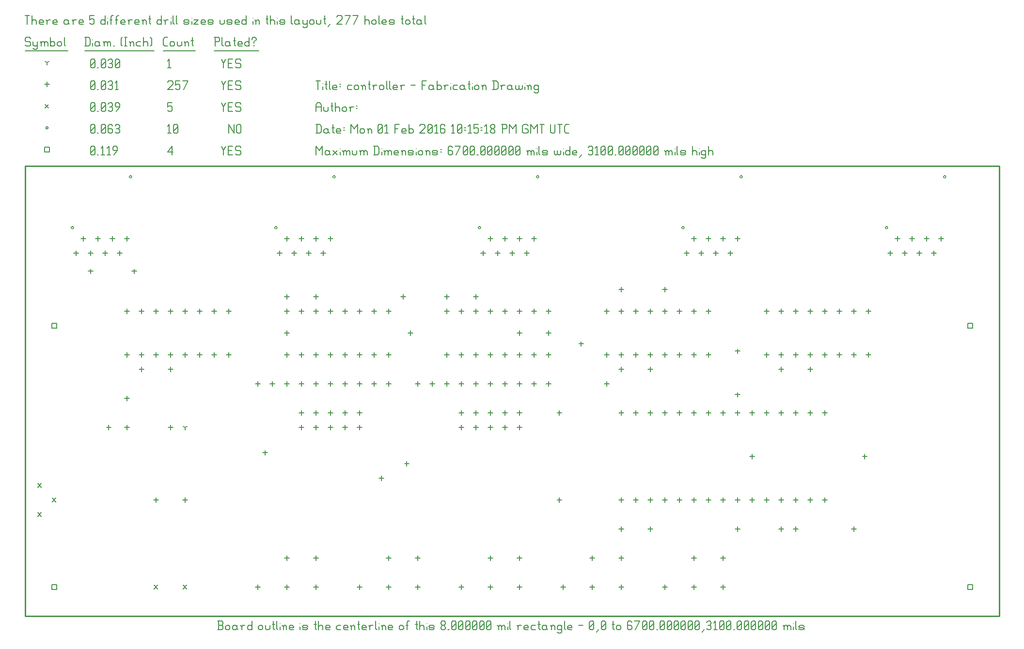
<source format=gbr>
G04 start of page 10 for group -3984 idx -3984 *
G04 Title: controller, fab *
G04 Creator: pcb 20140316 *
G04 CreationDate: Mon 01 Feb 2016 10:15:18 PM GMT UTC *
G04 For: veox *
G04 Format: Gerber/RS-274X *
G04 PCB-Dimensions (mil): 6700.00 3100.00 *
G04 PCB-Coordinate-Origin: lower left *
%MOIN*%
%FSLAX25Y25*%
%LNFAB*%
%ADD68C,0.0100*%
%ADD67C,0.0075*%
%ADD66C,0.0060*%
%ADD65C,0.0080*%
G54D65*X18400Y201600D02*X21600D01*
X18400D02*Y198400D01*
X21600D01*
Y201600D02*Y198400D01*
X18400Y21600D02*X21600D01*
X18400D02*Y18400D01*
X21600D01*
Y21600D02*Y18400D01*
X648400Y201600D02*X651600D01*
X648400D02*Y198400D01*
X651600D01*
Y201600D02*Y198400D01*
X648400Y21600D02*X651600D01*
X648400D02*Y18400D01*
X651600D01*
Y21600D02*Y18400D01*
X13400Y322850D02*X16600D01*
X13400D02*Y319650D01*
X16600D01*
Y322850D02*Y319650D01*
G54D66*X135000Y323500D02*X136500Y320500D01*
X138000Y323500D01*
X136500Y320500D02*Y317500D01*
X139800Y320800D02*X142050D01*
X139800Y317500D02*X142800D01*
X139800Y323500D02*Y317500D01*
Y323500D02*X142800D01*
X147600D02*X148350Y322750D01*
X145350Y323500D02*X147600D01*
X144600Y322750D02*X145350Y323500D01*
X144600Y322750D02*Y321250D01*
X145350Y320500D01*
X147600D01*
X148350Y319750D01*
Y318250D01*
X147600Y317500D02*X148350Y318250D01*
X145350Y317500D02*X147600D01*
X144600Y318250D02*X145350Y317500D01*
X98000Y319750D02*X101000Y323500D01*
X98000Y319750D02*X101750D01*
X101000Y323500D02*Y317500D01*
X45000Y318250D02*X45750Y317500D01*
X45000Y322750D02*Y318250D01*
Y322750D02*X45750Y323500D01*
X47250D01*
X48000Y322750D01*
Y318250D01*
X47250Y317500D02*X48000Y318250D01*
X45750Y317500D02*X47250D01*
X45000Y319000D02*X48000Y322000D01*
X49800Y317500D02*X50550D01*
X52350Y322300D02*X53550Y323500D01*
Y317500D01*
X52350D02*X54600D01*
X56400Y322300D02*X57600Y323500D01*
Y317500D01*
X56400D02*X58650D01*
X61200D02*X63450Y320500D01*
Y322750D02*Y320500D01*
X62700Y323500D02*X63450Y322750D01*
X61200Y323500D02*X62700D01*
X60450Y322750D02*X61200Y323500D01*
X60450Y322750D02*Y321250D01*
X61200Y320500D01*
X63450D01*
X211700Y302500D02*G75*G03X213300Y302500I800J0D01*G01*
G75*G03X211700Y302500I-800J0D01*G01*
X171700Y267500D02*G75*G03X173300Y267500I800J0D01*G01*
G75*G03X171700Y267500I-800J0D01*G01*
X351700Y302500D02*G75*G03X353300Y302500I800J0D01*G01*
G75*G03X351700Y302500I-800J0D01*G01*
X311700Y267500D02*G75*G03X313300Y267500I800J0D01*G01*
G75*G03X311700Y267500I-800J0D01*G01*
X491700Y302500D02*G75*G03X493300Y302500I800J0D01*G01*
G75*G03X491700Y302500I-800J0D01*G01*
X451700Y267500D02*G75*G03X453300Y267500I800J0D01*G01*
G75*G03X451700Y267500I-800J0D01*G01*
X631700Y302500D02*G75*G03X633300Y302500I800J0D01*G01*
G75*G03X631700Y302500I-800J0D01*G01*
X591700Y267500D02*G75*G03X593300Y267500I800J0D01*G01*
G75*G03X591700Y267500I-800J0D01*G01*
X71700Y302500D02*G75*G03X73300Y302500I800J0D01*G01*
G75*G03X71700Y302500I-800J0D01*G01*
X31700Y267500D02*G75*G03X33300Y267500I800J0D01*G01*
G75*G03X31700Y267500I-800J0D01*G01*
X14200Y336250D02*G75*G03X15800Y336250I800J0D01*G01*
G75*G03X14200Y336250I-800J0D01*G01*
X140000Y338500D02*Y332500D01*
Y338500D02*X143750Y332500D01*
Y338500D02*Y332500D01*
X145550Y337750D02*Y333250D01*
Y337750D02*X146300Y338500D01*
X147800D01*
X148550Y337750D01*
Y333250D01*
X147800Y332500D02*X148550Y333250D01*
X146300Y332500D02*X147800D01*
X145550Y333250D02*X146300Y332500D01*
X98000Y337300D02*X99200Y338500D01*
Y332500D01*
X98000D02*X100250D01*
X102050Y333250D02*X102800Y332500D01*
X102050Y337750D02*Y333250D01*
Y337750D02*X102800Y338500D01*
X104300D01*
X105050Y337750D01*
Y333250D01*
X104300Y332500D02*X105050Y333250D01*
X102800Y332500D02*X104300D01*
X102050Y334000D02*X105050Y337000D01*
X45000Y333250D02*X45750Y332500D01*
X45000Y337750D02*Y333250D01*
Y337750D02*X45750Y338500D01*
X47250D01*
X48000Y337750D01*
Y333250D01*
X47250Y332500D02*X48000Y333250D01*
X45750Y332500D02*X47250D01*
X45000Y334000D02*X48000Y337000D01*
X49800Y332500D02*X50550D01*
X52350Y333250D02*X53100Y332500D01*
X52350Y337750D02*Y333250D01*
Y337750D02*X53100Y338500D01*
X54600D01*
X55350Y337750D01*
Y333250D01*
X54600Y332500D02*X55350Y333250D01*
X53100Y332500D02*X54600D01*
X52350Y334000D02*X55350Y337000D01*
X59400Y338500D02*X60150Y337750D01*
X57900Y338500D02*X59400D01*
X57150Y337750D02*X57900Y338500D01*
X57150Y337750D02*Y333250D01*
X57900Y332500D01*
X59400Y335800D02*X60150Y335050D01*
X57150Y335800D02*X59400D01*
X57900Y332500D02*X59400D01*
X60150Y333250D01*
Y335050D02*Y333250D01*
X61950Y337750D02*X62700Y338500D01*
X64200D01*
X64950Y337750D01*
X64200Y332500D02*X64950Y333250D01*
X62700Y332500D02*X64200D01*
X61950Y333250D02*X62700Y332500D01*
Y335800D02*X64200D01*
X64950Y337750D02*Y336550D01*
Y335050D02*Y333250D01*
Y335050D02*X64200Y335800D01*
X64950Y336550D02*X64200Y335800D01*
X88800Y21200D02*X91200Y18800D01*
X88800D02*X91200Y21200D01*
X108800D02*X111200Y18800D01*
X108800D02*X111200Y21200D01*
X8800Y71200D02*X11200Y68800D01*
X8800D02*X11200Y71200D01*
X18800Y81200D02*X21200Y78800D01*
X18800D02*X21200Y81200D01*
X8800Y91200D02*X11200Y88800D01*
X8800D02*X11200Y91200D01*
X13800Y352450D02*X16200Y350050D01*
X13800D02*X16200Y352450D01*
X135000Y353500D02*X136500Y350500D01*
X138000Y353500D01*
X136500Y350500D02*Y347500D01*
X139800Y350800D02*X142050D01*
X139800Y347500D02*X142800D01*
X139800Y353500D02*Y347500D01*
Y353500D02*X142800D01*
X147600D02*X148350Y352750D01*
X145350Y353500D02*X147600D01*
X144600Y352750D02*X145350Y353500D01*
X144600Y352750D02*Y351250D01*
X145350Y350500D01*
X147600D01*
X148350Y349750D01*
Y348250D01*
X147600Y347500D02*X148350Y348250D01*
X145350Y347500D02*X147600D01*
X144600Y348250D02*X145350Y347500D01*
X98000Y353500D02*X101000D01*
X98000D02*Y350500D01*
X98750Y351250D01*
X100250D01*
X101000Y350500D01*
Y348250D01*
X100250Y347500D02*X101000Y348250D01*
X98750Y347500D02*X100250D01*
X98000Y348250D02*X98750Y347500D01*
X45000Y348250D02*X45750Y347500D01*
X45000Y352750D02*Y348250D01*
Y352750D02*X45750Y353500D01*
X47250D01*
X48000Y352750D01*
Y348250D01*
X47250Y347500D02*X48000Y348250D01*
X45750Y347500D02*X47250D01*
X45000Y349000D02*X48000Y352000D01*
X49800Y347500D02*X50550D01*
X52350Y348250D02*X53100Y347500D01*
X52350Y352750D02*Y348250D01*
Y352750D02*X53100Y353500D01*
X54600D01*
X55350Y352750D01*
Y348250D01*
X54600Y347500D02*X55350Y348250D01*
X53100Y347500D02*X54600D01*
X52350Y349000D02*X55350Y352000D01*
X57150Y352750D02*X57900Y353500D01*
X59400D01*
X60150Y352750D01*
X59400Y347500D02*X60150Y348250D01*
X57900Y347500D02*X59400D01*
X57150Y348250D02*X57900Y347500D01*
Y350800D02*X59400D01*
X60150Y352750D02*Y351550D01*
Y350050D02*Y348250D01*
Y350050D02*X59400Y350800D01*
X60150Y351550D02*X59400Y350800D01*
X62700Y347500D02*X64950Y350500D01*
Y352750D02*Y350500D01*
X64200Y353500D02*X64950Y352750D01*
X62700Y353500D02*X64200D01*
X61950Y352750D02*X62700Y353500D01*
X61950Y352750D02*Y351250D01*
X62700Y350500D01*
X64950D01*
X180000Y181600D02*Y178400D01*
X178400Y180000D02*X181600D01*
X190000Y181600D02*Y178400D01*
X188400Y180000D02*X191600D01*
X200000Y181600D02*Y178400D01*
X198400Y180000D02*X201600D01*
X210000Y181600D02*Y178400D01*
X208400Y180000D02*X211600D01*
X220000Y181600D02*Y178400D01*
X218400Y180000D02*X221600D01*
X230000Y181600D02*Y178400D01*
X228400Y180000D02*X231600D01*
X240000Y181600D02*Y178400D01*
X238400Y180000D02*X241600D01*
X250000Y181600D02*Y178400D01*
X248400Y180000D02*X251600D01*
X250000Y211600D02*Y208400D01*
X248400Y210000D02*X251600D01*
X240000Y211600D02*Y208400D01*
X238400Y210000D02*X241600D01*
X230000Y211600D02*Y208400D01*
X228400Y210000D02*X231600D01*
X220000Y211600D02*Y208400D01*
X218400Y210000D02*X221600D01*
X210000Y211600D02*Y208400D01*
X208400Y210000D02*X211600D01*
X200000Y211600D02*Y208400D01*
X198400Y210000D02*X201600D01*
X190000Y211600D02*Y208400D01*
X188400Y210000D02*X191600D01*
X180000Y211600D02*Y208400D01*
X178400Y210000D02*X181600D01*
X70000Y131600D02*Y128400D01*
X68400Y130000D02*X71600D01*
X70000Y151600D02*Y148400D01*
X68400Y150000D02*X71600D01*
X290000Y181600D02*Y178400D01*
X288400Y180000D02*X291600D01*
X300000Y181600D02*Y178400D01*
X298400Y180000D02*X301600D01*
X310000Y181600D02*Y178400D01*
X308400Y180000D02*X311600D01*
X320000Y181600D02*Y178400D01*
X318400Y180000D02*X321600D01*
X330000Y181600D02*Y178400D01*
X328400Y180000D02*X331600D01*
X340000Y181600D02*Y178400D01*
X338400Y180000D02*X341600D01*
X350000Y181600D02*Y178400D01*
X348400Y180000D02*X351600D01*
X360000Y181600D02*Y178400D01*
X358400Y180000D02*X361600D01*
X360000Y211600D02*Y208400D01*
X358400Y210000D02*X361600D01*
X350000Y211600D02*Y208400D01*
X348400Y210000D02*X351600D01*
X340000Y211600D02*Y208400D01*
X338400Y210000D02*X341600D01*
X330000Y211600D02*Y208400D01*
X328400Y210000D02*X331600D01*
X320000Y211600D02*Y208400D01*
X318400Y210000D02*X321600D01*
X310000Y211600D02*Y208400D01*
X308400Y210000D02*X311600D01*
X300000Y211600D02*Y208400D01*
X298400Y210000D02*X301600D01*
X290000Y211600D02*Y208400D01*
X288400Y210000D02*X291600D01*
X530000Y61600D02*Y58400D01*
X528400Y60000D02*X531600D01*
X570000Y61600D02*Y58400D01*
X568400Y60000D02*X571600D01*
X180000Y41600D02*Y38400D01*
X178400Y40000D02*X181600D01*
X200000Y41600D02*Y38400D01*
X198400Y40000D02*X201600D01*
X250000Y41600D02*Y38400D01*
X248400Y40000D02*X251600D01*
X270000Y41600D02*Y38400D01*
X268400Y40000D02*X271600D01*
X390000Y41600D02*Y38400D01*
X388400Y40000D02*X391600D01*
X410000Y41600D02*Y38400D01*
X408400Y40000D02*X411600D01*
X320000Y41600D02*Y38400D01*
X318400Y40000D02*X321600D01*
X340000Y41600D02*Y38400D01*
X338400Y40000D02*X341600D01*
X460000Y41600D02*Y38400D01*
X458400Y40000D02*X461600D01*
X480000Y41600D02*Y38400D01*
X478400Y40000D02*X481600D01*
X270000Y21600D02*Y18400D01*
X268400Y20000D02*X271600D01*
X250000Y21600D02*Y18400D01*
X248400Y20000D02*X251600D01*
X230000Y21600D02*Y18400D01*
X228400Y20000D02*X231600D01*
X340000Y21600D02*Y18400D01*
X338400Y20000D02*X341600D01*
X320000Y21600D02*Y18400D01*
X318400Y20000D02*X321600D01*
X300000Y21600D02*Y18400D01*
X298400Y20000D02*X301600D01*
X410000Y21600D02*Y18400D01*
X408400Y20000D02*X411600D01*
X390000Y21600D02*Y18400D01*
X388400Y20000D02*X391600D01*
X370000Y21600D02*Y18400D01*
X368400Y20000D02*X371600D01*
X480000Y21600D02*Y18400D01*
X478400Y20000D02*X481600D01*
X460000Y21600D02*Y18400D01*
X458400Y20000D02*X461600D01*
X440000Y21600D02*Y18400D01*
X438400Y20000D02*X441600D01*
X90000Y81600D02*Y78400D01*
X88400Y80000D02*X91600D01*
X110000Y81600D02*Y78400D01*
X108400Y80000D02*X111600D01*
X430000Y171600D02*Y168400D01*
X428400Y170000D02*X431600D01*
X410000Y171600D02*Y168400D01*
X408400Y170000D02*X411600D01*
X400000Y181600D02*Y178400D01*
X398400Y180000D02*X401600D01*
X410000Y181600D02*Y178400D01*
X408400Y180000D02*X411600D01*
X420000Y181600D02*Y178400D01*
X418400Y180000D02*X421600D01*
X430000Y181600D02*Y178400D01*
X428400Y180000D02*X431600D01*
X440000Y181600D02*Y178400D01*
X438400Y180000D02*X441600D01*
X450000Y181600D02*Y178400D01*
X448400Y180000D02*X451600D01*
X460000Y181600D02*Y178400D01*
X458400Y180000D02*X461600D01*
X470000Y181600D02*Y178400D01*
X468400Y180000D02*X471600D01*
X470000Y211600D02*Y208400D01*
X468400Y210000D02*X471600D01*
X460000Y211600D02*Y208400D01*
X458400Y210000D02*X461600D01*
X450000Y211600D02*Y208400D01*
X448400Y210000D02*X451600D01*
X440000Y211600D02*Y208400D01*
X438400Y210000D02*X441600D01*
X430000Y211600D02*Y208400D01*
X428400Y210000D02*X431600D01*
X420000Y211600D02*Y208400D01*
X418400Y210000D02*X421600D01*
X410000Y211600D02*Y208400D01*
X408400Y210000D02*X411600D01*
X400000Y211600D02*Y208400D01*
X398400Y210000D02*X401600D01*
X540000Y171600D02*Y168400D01*
X538400Y170000D02*X541600D01*
X520000Y171600D02*Y168400D01*
X518400Y170000D02*X521600D01*
X510000Y181600D02*Y178400D01*
X508400Y180000D02*X511600D01*
X520000Y181600D02*Y178400D01*
X518400Y180000D02*X521600D01*
X530000Y181600D02*Y178400D01*
X528400Y180000D02*X531600D01*
X540000Y181600D02*Y178400D01*
X538400Y180000D02*X541600D01*
X550000Y181600D02*Y178400D01*
X548400Y180000D02*X551600D01*
X560000Y181600D02*Y178400D01*
X558400Y180000D02*X561600D01*
X570000Y181600D02*Y178400D01*
X568400Y180000D02*X571600D01*
X580000Y181600D02*Y178400D01*
X578400Y180000D02*X581600D01*
X580000Y211600D02*Y208400D01*
X578400Y210000D02*X581600D01*
X570000Y211600D02*Y208400D01*
X568400Y210000D02*X571600D01*
X560000Y211600D02*Y208400D01*
X558400Y210000D02*X561600D01*
X550000Y211600D02*Y208400D01*
X548400Y210000D02*X551600D01*
X540000Y211600D02*Y208400D01*
X538400Y210000D02*X541600D01*
X530000Y211600D02*Y208400D01*
X528400Y210000D02*X531600D01*
X520000Y211600D02*Y208400D01*
X518400Y210000D02*X521600D01*
X510000Y211600D02*Y208400D01*
X508400Y210000D02*X511600D01*
X290000Y221600D02*Y218400D01*
X288400Y220000D02*X291600D01*
X310000Y221600D02*Y218400D01*
X308400Y220000D02*X311600D01*
X180000Y221600D02*Y218400D01*
X178400Y220000D02*X181600D01*
X200000Y221600D02*Y218400D01*
X198400Y220000D02*X201600D01*
X100000Y171600D02*Y168400D01*
X98400Y170000D02*X101600D01*
X80000Y171600D02*Y168400D01*
X78400Y170000D02*X81600D01*
X430000Y61600D02*Y58400D01*
X428400Y60000D02*X431600D01*
X410000Y61600D02*Y58400D01*
X408400Y60000D02*X411600D01*
X550000Y141600D02*Y138400D01*
X548400Y140000D02*X551600D01*
X540000Y141600D02*Y138400D01*
X538400Y140000D02*X541600D01*
X530000Y141600D02*Y138400D01*
X528400Y140000D02*X531600D01*
X520000Y141600D02*Y138400D01*
X518400Y140000D02*X521600D01*
X510000Y141600D02*Y138400D01*
X508400Y140000D02*X511600D01*
X500000Y141600D02*Y138400D01*
X498400Y140000D02*X501600D01*
X490000Y141600D02*Y138400D01*
X488400Y140000D02*X491600D01*
X480000Y141600D02*Y138400D01*
X478400Y140000D02*X481600D01*
X470000Y141600D02*Y138400D01*
X468400Y140000D02*X471600D01*
X460000Y141600D02*Y138400D01*
X458400Y140000D02*X461600D01*
X450000Y141600D02*Y138400D01*
X448400Y140000D02*X451600D01*
X440000Y141600D02*Y138400D01*
X438400Y140000D02*X441600D01*
X430000Y141600D02*Y138400D01*
X428400Y140000D02*X431600D01*
X420000Y141600D02*Y138400D01*
X418400Y140000D02*X421600D01*
X410000Y141600D02*Y138400D01*
X408400Y140000D02*X411600D01*
X410000Y81600D02*Y78400D01*
X408400Y80000D02*X411600D01*
X420000Y81600D02*Y78400D01*
X418400Y80000D02*X421600D01*
X430000Y81600D02*Y78400D01*
X428400Y80000D02*X431600D01*
X440000Y81600D02*Y78400D01*
X438400Y80000D02*X441600D01*
X450000Y81600D02*Y78400D01*
X448400Y80000D02*X451600D01*
X460000Y81600D02*Y78400D01*
X458400Y80000D02*X461600D01*
X470000Y81600D02*Y78400D01*
X468400Y80000D02*X471600D01*
X480000Y81600D02*Y78400D01*
X478400Y80000D02*X481600D01*
X490000Y81600D02*Y78400D01*
X488400Y80000D02*X491600D01*
X500000Y81600D02*Y78400D01*
X498400Y80000D02*X501600D01*
X510000Y81600D02*Y78400D01*
X508400Y80000D02*X511600D01*
X520000Y81600D02*Y78400D01*
X518400Y80000D02*X521600D01*
X530000Y81600D02*Y78400D01*
X528400Y80000D02*X531600D01*
X540000Y81600D02*Y78400D01*
X538400Y80000D02*X541600D01*
X550000Y81600D02*Y78400D01*
X548400Y80000D02*X551600D01*
X340000Y141600D02*Y138400D01*
X338400Y140000D02*X341600D01*
X340000Y131600D02*Y128400D01*
X338400Y130000D02*X341600D01*
X310000Y141600D02*Y138400D01*
X308400Y140000D02*X311600D01*
X310000Y131600D02*Y128400D01*
X308400Y130000D02*X311600D01*
X300000Y141600D02*Y138400D01*
X298400Y140000D02*X301600D01*
X300000Y131600D02*Y128400D01*
X298400Y130000D02*X301600D01*
X320000Y141600D02*Y138400D01*
X318400Y140000D02*X321600D01*
X320000Y131600D02*Y128400D01*
X318400Y130000D02*X321600D01*
X330000Y141600D02*Y138400D01*
X328400Y140000D02*X331600D01*
X330000Y131600D02*Y128400D01*
X328400Y130000D02*X331600D01*
X360000Y161600D02*Y158400D01*
X358400Y160000D02*X361600D01*
X350000Y161600D02*Y158400D01*
X348400Y160000D02*X351600D01*
X340000Y161600D02*Y158400D01*
X338400Y160000D02*X341600D01*
X330000Y161600D02*Y158400D01*
X328400Y160000D02*X331600D01*
X320000Y161600D02*Y158400D01*
X318400Y160000D02*X321600D01*
X310000Y161600D02*Y158400D01*
X308400Y160000D02*X311600D01*
X300000Y161600D02*Y158400D01*
X298400Y160000D02*X301600D01*
X290000Y161600D02*Y158400D01*
X288400Y160000D02*X291600D01*
X280000Y161600D02*Y158400D01*
X278400Y160000D02*X281600D01*
X270000Y161600D02*Y158400D01*
X268400Y160000D02*X271600D01*
X230000Y141600D02*Y138400D01*
X228400Y140000D02*X231600D01*
X230000Y131600D02*Y128400D01*
X228400Y130000D02*X231600D01*
X220000Y141600D02*Y138400D01*
X218400Y140000D02*X221600D01*
X220000Y131600D02*Y128400D01*
X218400Y130000D02*X221600D01*
X210000Y141600D02*Y138400D01*
X208400Y140000D02*X211600D01*
X210000Y131600D02*Y128400D01*
X208400Y130000D02*X211600D01*
X190000Y141600D02*Y138400D01*
X188400Y140000D02*X191600D01*
X190000Y131600D02*Y128400D01*
X188400Y130000D02*X191600D01*
X200000Y141600D02*Y138400D01*
X198400Y140000D02*X201600D01*
X200000Y131600D02*Y128400D01*
X198400Y130000D02*X201600D01*
X250000Y161600D02*Y158400D01*
X248400Y160000D02*X251600D01*
X240000Y161600D02*Y158400D01*
X238400Y160000D02*X241600D01*
X230000Y161600D02*Y158400D01*
X228400Y160000D02*X231600D01*
X220000Y161600D02*Y158400D01*
X218400Y160000D02*X221600D01*
X210000Y161600D02*Y158400D01*
X208400Y160000D02*X211600D01*
X200000Y161600D02*Y158400D01*
X198400Y160000D02*X201600D01*
X190000Y161600D02*Y158400D01*
X188400Y160000D02*X191600D01*
X180000Y161600D02*Y158400D01*
X178400Y160000D02*X181600D01*
X170000Y161600D02*Y158400D01*
X168400Y160000D02*X171600D01*
X160000Y161600D02*Y158400D01*
X158400Y160000D02*X161600D01*
X70000Y181600D02*Y178400D01*
X68400Y180000D02*X71600D01*
X80000Y181600D02*Y178400D01*
X78400Y180000D02*X81600D01*
X90000Y181600D02*Y178400D01*
X88400Y180000D02*X91600D01*
X100000Y181600D02*Y178400D01*
X98400Y180000D02*X101600D01*
X110000Y181600D02*Y178400D01*
X108400Y180000D02*X111600D01*
X120000Y181600D02*Y178400D01*
X118400Y180000D02*X121600D01*
X130000Y181600D02*Y178400D01*
X128400Y180000D02*X131600D01*
X140000Y181600D02*Y178400D01*
X138400Y180000D02*X141600D01*
X140000Y211600D02*Y208400D01*
X138400Y210000D02*X141600D01*
X130000Y211600D02*Y208400D01*
X128400Y210000D02*X131600D01*
X120000Y211600D02*Y208400D01*
X118400Y210000D02*X121600D01*
X110000Y211600D02*Y208400D01*
X108400Y210000D02*X111600D01*
X100000Y211600D02*Y208400D01*
X98400Y210000D02*X101600D01*
X90000Y211600D02*Y208400D01*
X88400Y210000D02*X91600D01*
X80000Y211600D02*Y208400D01*
X78400Y210000D02*X81600D01*
X70000Y211600D02*Y208400D01*
X68400Y210000D02*X71600D01*
X200000Y21600D02*Y18400D01*
X198400Y20000D02*X201600D01*
X180000Y21600D02*Y18400D01*
X178400Y20000D02*X181600D01*
X160000Y21600D02*Y18400D01*
X158400Y20000D02*X161600D01*
X210000Y261600D02*Y258400D01*
X208400Y260000D02*X211600D01*
X205000Y251600D02*Y248400D01*
X203400Y250000D02*X206600D01*
X200000Y261600D02*Y258400D01*
X198400Y260000D02*X201600D01*
X195000Y251600D02*Y248400D01*
X193400Y250000D02*X196600D01*
X190000Y261600D02*Y258400D01*
X188400Y260000D02*X191600D01*
X185000Y251600D02*Y248400D01*
X183400Y250000D02*X186600D01*
X180000Y261600D02*Y258400D01*
X178400Y260000D02*X181600D01*
X175000Y251600D02*Y248400D01*
X173400Y250000D02*X176600D01*
X350000Y261600D02*Y258400D01*
X348400Y260000D02*X351600D01*
X345000Y251600D02*Y248400D01*
X343400Y250000D02*X346600D01*
X340000Y261600D02*Y258400D01*
X338400Y260000D02*X341600D01*
X335000Y251600D02*Y248400D01*
X333400Y250000D02*X336600D01*
X330000Y261600D02*Y258400D01*
X328400Y260000D02*X331600D01*
X325000Y251600D02*Y248400D01*
X323400Y250000D02*X326600D01*
X320000Y261600D02*Y258400D01*
X318400Y260000D02*X321600D01*
X315000Y251600D02*Y248400D01*
X313400Y250000D02*X316600D01*
X490000Y261600D02*Y258400D01*
X488400Y260000D02*X491600D01*
X485000Y251600D02*Y248400D01*
X483400Y250000D02*X486600D01*
X480000Y261600D02*Y258400D01*
X478400Y260000D02*X481600D01*
X475000Y251600D02*Y248400D01*
X473400Y250000D02*X476600D01*
X470000Y261600D02*Y258400D01*
X468400Y260000D02*X471600D01*
X465000Y251600D02*Y248400D01*
X463400Y250000D02*X466600D01*
X460000Y261600D02*Y258400D01*
X458400Y260000D02*X461600D01*
X455000Y251600D02*Y248400D01*
X453400Y250000D02*X456600D01*
X630000Y261600D02*Y258400D01*
X628400Y260000D02*X631600D01*
X625000Y251600D02*Y248400D01*
X623400Y250000D02*X626600D01*
X620000Y261600D02*Y258400D01*
X618400Y260000D02*X621600D01*
X615000Y251600D02*Y248400D01*
X613400Y250000D02*X616600D01*
X610000Y261600D02*Y258400D01*
X608400Y260000D02*X611600D01*
X605000Y251600D02*Y248400D01*
X603400Y250000D02*X606600D01*
X600000Y261600D02*Y258400D01*
X598400Y260000D02*X601600D01*
X595000Y251600D02*Y248400D01*
X593400Y250000D02*X596600D01*
X70000Y261600D02*Y258400D01*
X68400Y260000D02*X71600D01*
X65000Y251600D02*Y248400D01*
X63400Y250000D02*X66600D01*
X60000Y261600D02*Y258400D01*
X58400Y260000D02*X61600D01*
X55000Y251600D02*Y248400D01*
X53400Y250000D02*X56600D01*
X50000Y261600D02*Y258400D01*
X48400Y260000D02*X51600D01*
X45000Y251600D02*Y248400D01*
X43400Y250000D02*X46600D01*
X40000Y261600D02*Y258400D01*
X38400Y260000D02*X41600D01*
X35000Y251600D02*Y248400D01*
X33400Y250000D02*X36600D01*
X100000Y131600D02*Y128400D01*
X98400Y130000D02*X101600D01*
X490000Y61600D02*Y58400D01*
X488400Y60000D02*X491600D01*
X520000Y61600D02*Y58400D01*
X518400Y60000D02*X521600D01*
X245000Y96600D02*Y93400D01*
X243400Y95000D02*X246600D01*
X262500Y106600D02*Y103400D01*
X260900Y105000D02*X264100D01*
X165000Y114100D02*Y110900D01*
X163400Y112500D02*X166600D01*
X180000Y196600D02*Y193400D01*
X178400Y195000D02*X181600D01*
X367500Y81600D02*Y78400D01*
X365900Y80000D02*X369100D01*
X360000Y196600D02*Y193400D01*
X358400Y195000D02*X361600D01*
X400000Y161600D02*Y158400D01*
X398400Y160000D02*X401600D01*
X410000Y226600D02*Y223400D01*
X408400Y225000D02*X411600D01*
X490000Y154100D02*Y150900D01*
X488400Y152500D02*X491600D01*
X490000Y184100D02*Y180900D01*
X488400Y182500D02*X491600D01*
X57500Y131600D02*Y128400D01*
X55900Y130000D02*X59100D01*
X260000Y221600D02*Y218400D01*
X258400Y220000D02*X261600D01*
X265000Y196600D02*Y193400D01*
X263400Y195000D02*X266600D01*
X340000Y196600D02*Y193400D01*
X338400Y195000D02*X341600D01*
X382500Y189100D02*Y185900D01*
X380900Y187500D02*X384100D01*
X577500Y111600D02*Y108400D01*
X575900Y110000D02*X579100D01*
X500000Y111600D02*Y108400D01*
X498400Y110000D02*X501600D01*
X367500Y141600D02*Y138400D01*
X365900Y140000D02*X369100D01*
X45000Y239100D02*Y235900D01*
X43400Y237500D02*X46600D01*
X440000Y226600D02*Y223400D01*
X438400Y225000D02*X441600D01*
X75000Y239100D02*Y235900D01*
X73400Y237500D02*X76600D01*
X15000Y367850D02*Y364650D01*
X13400Y366250D02*X16600D01*
X135000Y368500D02*X136500Y365500D01*
X138000Y368500D01*
X136500Y365500D02*Y362500D01*
X139800Y365800D02*X142050D01*
X139800Y362500D02*X142800D01*
X139800Y368500D02*Y362500D01*
Y368500D02*X142800D01*
X147600D02*X148350Y367750D01*
X145350Y368500D02*X147600D01*
X144600Y367750D02*X145350Y368500D01*
X144600Y367750D02*Y366250D01*
X145350Y365500D01*
X147600D01*
X148350Y364750D01*
Y363250D01*
X147600Y362500D02*X148350Y363250D01*
X145350Y362500D02*X147600D01*
X144600Y363250D02*X145350Y362500D01*
X98000Y367750D02*X98750Y368500D01*
X101000D01*
X101750Y367750D01*
Y366250D01*
X98000Y362500D02*X101750Y366250D01*
X98000Y362500D02*X101750D01*
X103550Y368500D02*X106550D01*
X103550D02*Y365500D01*
X104300Y366250D01*
X105800D01*
X106550Y365500D01*
Y363250D01*
X105800Y362500D02*X106550Y363250D01*
X104300Y362500D02*X105800D01*
X103550Y363250D02*X104300Y362500D01*
X109100D02*X112100Y368500D01*
X108350D02*X112100D01*
X45000Y363250D02*X45750Y362500D01*
X45000Y367750D02*Y363250D01*
Y367750D02*X45750Y368500D01*
X47250D01*
X48000Y367750D01*
Y363250D01*
X47250Y362500D02*X48000Y363250D01*
X45750Y362500D02*X47250D01*
X45000Y364000D02*X48000Y367000D01*
X49800Y362500D02*X50550D01*
X52350Y363250D02*X53100Y362500D01*
X52350Y367750D02*Y363250D01*
Y367750D02*X53100Y368500D01*
X54600D01*
X55350Y367750D01*
Y363250D01*
X54600Y362500D02*X55350Y363250D01*
X53100Y362500D02*X54600D01*
X52350Y364000D02*X55350Y367000D01*
X57150Y367750D02*X57900Y368500D01*
X59400D01*
X60150Y367750D01*
X59400Y362500D02*X60150Y363250D01*
X57900Y362500D02*X59400D01*
X57150Y363250D02*X57900Y362500D01*
Y365800D02*X59400D01*
X60150Y367750D02*Y366550D01*
Y365050D02*Y363250D01*
Y365050D02*X59400Y365800D01*
X60150Y366550D02*X59400Y365800D01*
X61950Y367300D02*X63150Y368500D01*
Y362500D01*
X61950D02*X64200D01*
X110000Y130000D02*Y128400D01*
Y130000D02*X111387Y130800D01*
X110000Y130000D02*X108613Y130800D01*
X15000Y381250D02*Y379650D01*
Y381250D02*X16387Y382050D01*
X15000Y381250D02*X13613Y382050D01*
X135000Y383500D02*X136500Y380500D01*
X138000Y383500D01*
X136500Y380500D02*Y377500D01*
X139800Y380800D02*X142050D01*
X139800Y377500D02*X142800D01*
X139800Y383500D02*Y377500D01*
Y383500D02*X142800D01*
X147600D02*X148350Y382750D01*
X145350Y383500D02*X147600D01*
X144600Y382750D02*X145350Y383500D01*
X144600Y382750D02*Y381250D01*
X145350Y380500D01*
X147600D01*
X148350Y379750D01*
Y378250D01*
X147600Y377500D02*X148350Y378250D01*
X145350Y377500D02*X147600D01*
X144600Y378250D02*X145350Y377500D01*
X98000Y382300D02*X99200Y383500D01*
Y377500D01*
X98000D02*X100250D01*
X45000Y378250D02*X45750Y377500D01*
X45000Y382750D02*Y378250D01*
Y382750D02*X45750Y383500D01*
X47250D01*
X48000Y382750D01*
Y378250D01*
X47250Y377500D02*X48000Y378250D01*
X45750Y377500D02*X47250D01*
X45000Y379000D02*X48000Y382000D01*
X49800Y377500D02*X50550D01*
X52350Y378250D02*X53100Y377500D01*
X52350Y382750D02*Y378250D01*
Y382750D02*X53100Y383500D01*
X54600D01*
X55350Y382750D01*
Y378250D01*
X54600Y377500D02*X55350Y378250D01*
X53100Y377500D02*X54600D01*
X52350Y379000D02*X55350Y382000D01*
X57150Y382750D02*X57900Y383500D01*
X59400D01*
X60150Y382750D01*
X59400Y377500D02*X60150Y378250D01*
X57900Y377500D02*X59400D01*
X57150Y378250D02*X57900Y377500D01*
Y380800D02*X59400D01*
X60150Y382750D02*Y381550D01*
Y380050D02*Y378250D01*
Y380050D02*X59400Y380800D01*
X60150Y381550D02*X59400Y380800D01*
X61950Y378250D02*X62700Y377500D01*
X61950Y382750D02*Y378250D01*
Y382750D02*X62700Y383500D01*
X64200D01*
X64950Y382750D01*
Y378250D01*
X64200Y377500D02*X64950Y378250D01*
X62700Y377500D02*X64200D01*
X61950Y379000D02*X64950Y382000D01*
X3000Y398500D02*X3750Y397750D01*
X750Y398500D02*X3000D01*
X0Y397750D02*X750Y398500D01*
X0Y397750D02*Y396250D01*
X750Y395500D01*
X3000D01*
X3750Y394750D01*
Y393250D01*
X3000Y392500D02*X3750Y393250D01*
X750Y392500D02*X3000D01*
X0Y393250D02*X750Y392500D01*
X5550Y395500D02*Y393250D01*
X6300Y392500D01*
X8550Y395500D02*Y391000D01*
X7800Y390250D02*X8550Y391000D01*
X6300Y390250D02*X7800D01*
X5550Y391000D02*X6300Y390250D01*
Y392500D02*X7800D01*
X8550Y393250D01*
X11100Y394750D02*Y392500D01*
Y394750D02*X11850Y395500D01*
X12600D01*
X13350Y394750D01*
Y392500D01*
Y394750D02*X14100Y395500D01*
X14850D01*
X15600Y394750D01*
Y392500D01*
X10350Y395500D02*X11100Y394750D01*
X17400Y398500D02*Y392500D01*
Y393250D02*X18150Y392500D01*
X19650D01*
X20400Y393250D01*
Y394750D02*Y393250D01*
X19650Y395500D02*X20400Y394750D01*
X18150Y395500D02*X19650D01*
X17400Y394750D02*X18150Y395500D01*
X22200Y394750D02*Y393250D01*
Y394750D02*X22950Y395500D01*
X24450D01*
X25200Y394750D01*
Y393250D01*
X24450Y392500D02*X25200Y393250D01*
X22950Y392500D02*X24450D01*
X22200Y393250D02*X22950Y392500D01*
X27000Y398500D02*Y393250D01*
X27750Y392500D01*
X0Y389250D02*X29250D01*
X41750Y398500D02*Y392500D01*
X43700Y398500D02*X44750Y397450D01*
Y393550D01*
X43700Y392500D02*X44750Y393550D01*
X41000Y392500D02*X43700D01*
X41000Y398500D02*X43700D01*
G54D67*X46550Y397000D02*Y396850D01*
G54D66*Y394750D02*Y392500D01*
X50300Y395500D02*X51050Y394750D01*
X48800Y395500D02*X50300D01*
X48050Y394750D02*X48800Y395500D01*
X48050Y394750D02*Y393250D01*
X48800Y392500D01*
X51050Y395500D02*Y393250D01*
X51800Y392500D01*
X48800D02*X50300D01*
X51050Y393250D01*
X54350Y394750D02*Y392500D01*
Y394750D02*X55100Y395500D01*
X55850D01*
X56600Y394750D01*
Y392500D01*
Y394750D02*X57350Y395500D01*
X58100D01*
X58850Y394750D01*
Y392500D01*
X53600Y395500D02*X54350Y394750D01*
X60650Y392500D02*X61400D01*
X65900Y393250D02*X66650Y392500D01*
X65900Y397750D02*X66650Y398500D01*
X65900Y397750D02*Y393250D01*
X68450Y398500D02*X69950D01*
X69200D02*Y392500D01*
X68450D02*X69950D01*
X72500Y394750D02*Y392500D01*
Y394750D02*X73250Y395500D01*
X74000D01*
X74750Y394750D01*
Y392500D01*
X71750Y395500D02*X72500Y394750D01*
X77300Y395500D02*X79550D01*
X76550Y394750D02*X77300Y395500D01*
X76550Y394750D02*Y393250D01*
X77300Y392500D01*
X79550D01*
X81350Y398500D02*Y392500D01*
Y394750D02*X82100Y395500D01*
X83600D01*
X84350Y394750D01*
Y392500D01*
X86150Y398500D02*X86900Y397750D01*
Y393250D01*
X86150Y392500D02*X86900Y393250D01*
X41000Y389250D02*X88700D01*
X96050Y392500D02*X98000D01*
X95000Y393550D02*X96050Y392500D01*
X95000Y397450D02*Y393550D01*
Y397450D02*X96050Y398500D01*
X98000D01*
X99800Y394750D02*Y393250D01*
Y394750D02*X100550Y395500D01*
X102050D01*
X102800Y394750D01*
Y393250D01*
X102050Y392500D02*X102800Y393250D01*
X100550Y392500D02*X102050D01*
X99800Y393250D02*X100550Y392500D01*
X104600Y395500D02*Y393250D01*
X105350Y392500D01*
X106850D01*
X107600Y393250D01*
Y395500D02*Y393250D01*
X110150Y394750D02*Y392500D01*
Y394750D02*X110900Y395500D01*
X111650D01*
X112400Y394750D01*
Y392500D01*
X109400Y395500D02*X110150Y394750D01*
X114950Y398500D02*Y393250D01*
X115700Y392500D01*
X114200Y396250D02*X115700D01*
X95000Y389250D02*X117200D01*
X130750Y398500D02*Y392500D01*
X130000Y398500D02*X133000D01*
X133750Y397750D01*
Y396250D01*
X133000Y395500D02*X133750Y396250D01*
X130750Y395500D02*X133000D01*
X135550Y398500D02*Y393250D01*
X136300Y392500D01*
X140050Y395500D02*X140800Y394750D01*
X138550Y395500D02*X140050D01*
X137800Y394750D02*X138550Y395500D01*
X137800Y394750D02*Y393250D01*
X138550Y392500D01*
X140800Y395500D02*Y393250D01*
X141550Y392500D01*
X138550D02*X140050D01*
X140800Y393250D01*
X144100Y398500D02*Y393250D01*
X144850Y392500D01*
X143350Y396250D02*X144850D01*
X147100Y392500D02*X149350D01*
X146350Y393250D02*X147100Y392500D01*
X146350Y394750D02*Y393250D01*
Y394750D02*X147100Y395500D01*
X148600D01*
X149350Y394750D01*
X146350Y394000D02*X149350D01*
Y394750D02*Y394000D01*
X154150Y398500D02*Y392500D01*
X153400D02*X154150Y393250D01*
X151900Y392500D02*X153400D01*
X151150Y393250D02*X151900Y392500D01*
X151150Y394750D02*Y393250D01*
Y394750D02*X151900Y395500D01*
X153400D01*
X154150Y394750D01*
X157450Y395500D02*Y394750D01*
Y393250D02*Y392500D01*
X155950Y397750D02*Y397000D01*
Y397750D02*X156700Y398500D01*
X158200D01*
X158950Y397750D01*
Y397000D01*
X157450Y395500D02*X158950Y397000D01*
X130000Y389250D02*X160750D01*
X0Y413500D02*X3000D01*
X1500D02*Y407500D01*
X4800Y413500D02*Y407500D01*
Y409750D02*X5550Y410500D01*
X7050D01*
X7800Y409750D01*
Y407500D01*
X10350D02*X12600D01*
X9600Y408250D02*X10350Y407500D01*
X9600Y409750D02*Y408250D01*
Y409750D02*X10350Y410500D01*
X11850D01*
X12600Y409750D01*
X9600Y409000D02*X12600D01*
Y409750D02*Y409000D01*
X15150Y409750D02*Y407500D01*
Y409750D02*X15900Y410500D01*
X17400D01*
X14400D02*X15150Y409750D01*
X19950Y407500D02*X22200D01*
X19200Y408250D02*X19950Y407500D01*
X19200Y409750D02*Y408250D01*
Y409750D02*X19950Y410500D01*
X21450D01*
X22200Y409750D01*
X19200Y409000D02*X22200D01*
Y409750D02*Y409000D01*
X28950Y410500D02*X29700Y409750D01*
X27450Y410500D02*X28950D01*
X26700Y409750D02*X27450Y410500D01*
X26700Y409750D02*Y408250D01*
X27450Y407500D01*
X29700Y410500D02*Y408250D01*
X30450Y407500D01*
X27450D02*X28950D01*
X29700Y408250D01*
X33000Y409750D02*Y407500D01*
Y409750D02*X33750Y410500D01*
X35250D01*
X32250D02*X33000Y409750D01*
X37800Y407500D02*X40050D01*
X37050Y408250D02*X37800Y407500D01*
X37050Y409750D02*Y408250D01*
Y409750D02*X37800Y410500D01*
X39300D01*
X40050Y409750D01*
X37050Y409000D02*X40050D01*
Y409750D02*Y409000D01*
X44550Y413500D02*X47550D01*
X44550D02*Y410500D01*
X45300Y411250D01*
X46800D01*
X47550Y410500D01*
Y408250D01*
X46800Y407500D02*X47550Y408250D01*
X45300Y407500D02*X46800D01*
X44550Y408250D02*X45300Y407500D01*
X55050Y413500D02*Y407500D01*
X54300D02*X55050Y408250D01*
X52800Y407500D02*X54300D01*
X52050Y408250D02*X52800Y407500D01*
X52050Y409750D02*Y408250D01*
Y409750D02*X52800Y410500D01*
X54300D01*
X55050Y409750D01*
G54D67*X56850Y412000D02*Y411850D01*
G54D66*Y409750D02*Y407500D01*
X59100Y412750D02*Y407500D01*
Y412750D02*X59850Y413500D01*
X60600D01*
X58350Y410500D02*X59850D01*
X62850Y412750D02*Y407500D01*
Y412750D02*X63600Y413500D01*
X64350D01*
X62100Y410500D02*X63600D01*
X66600Y407500D02*X68850D01*
X65850Y408250D02*X66600Y407500D01*
X65850Y409750D02*Y408250D01*
Y409750D02*X66600Y410500D01*
X68100D01*
X68850Y409750D01*
X65850Y409000D02*X68850D01*
Y409750D02*Y409000D01*
X71400Y409750D02*Y407500D01*
Y409750D02*X72150Y410500D01*
X73650D01*
X70650D02*X71400Y409750D01*
X76200Y407500D02*X78450D01*
X75450Y408250D02*X76200Y407500D01*
X75450Y409750D02*Y408250D01*
Y409750D02*X76200Y410500D01*
X77700D01*
X78450Y409750D01*
X75450Y409000D02*X78450D01*
Y409750D02*Y409000D01*
X81000Y409750D02*Y407500D01*
Y409750D02*X81750Y410500D01*
X82500D01*
X83250Y409750D01*
Y407500D01*
X80250Y410500D02*X81000Y409750D01*
X85800Y413500D02*Y408250D01*
X86550Y407500D01*
X85050Y411250D02*X86550D01*
X93750Y413500D02*Y407500D01*
X93000D02*X93750Y408250D01*
X91500Y407500D02*X93000D01*
X90750Y408250D02*X91500Y407500D01*
X90750Y409750D02*Y408250D01*
Y409750D02*X91500Y410500D01*
X93000D01*
X93750Y409750D01*
X96300D02*Y407500D01*
Y409750D02*X97050Y410500D01*
X98550D01*
X95550D02*X96300Y409750D01*
G54D67*X100350Y412000D02*Y411850D01*
G54D66*Y409750D02*Y407500D01*
X101850Y413500D02*Y408250D01*
X102600Y407500D01*
X104100Y413500D02*Y408250D01*
X104850Y407500D01*
X109800D02*X112050D01*
X112800Y408250D01*
X112050Y409000D02*X112800Y408250D01*
X109800Y409000D02*X112050D01*
X109050Y409750D02*X109800Y409000D01*
X109050Y409750D02*X109800Y410500D01*
X112050D01*
X112800Y409750D01*
X109050Y408250D02*X109800Y407500D01*
G54D67*X114600Y412000D02*Y411850D01*
G54D66*Y409750D02*Y407500D01*
X116100Y410500D02*X119100D01*
X116100Y407500D02*X119100Y410500D01*
X116100Y407500D02*X119100D01*
X121650D02*X123900D01*
X120900Y408250D02*X121650Y407500D01*
X120900Y409750D02*Y408250D01*
Y409750D02*X121650Y410500D01*
X123150D01*
X123900Y409750D01*
X120900Y409000D02*X123900D01*
Y409750D02*Y409000D01*
X126450Y407500D02*X128700D01*
X129450Y408250D01*
X128700Y409000D02*X129450Y408250D01*
X126450Y409000D02*X128700D01*
X125700Y409750D02*X126450Y409000D01*
X125700Y409750D02*X126450Y410500D01*
X128700D01*
X129450Y409750D01*
X125700Y408250D02*X126450Y407500D01*
X133950Y410500D02*Y408250D01*
X134700Y407500D01*
X136200D01*
X136950Y408250D01*
Y410500D02*Y408250D01*
X139500Y407500D02*X141750D01*
X142500Y408250D01*
X141750Y409000D02*X142500Y408250D01*
X139500Y409000D02*X141750D01*
X138750Y409750D02*X139500Y409000D01*
X138750Y409750D02*X139500Y410500D01*
X141750D01*
X142500Y409750D01*
X138750Y408250D02*X139500Y407500D01*
X145050D02*X147300D01*
X144300Y408250D02*X145050Y407500D01*
X144300Y409750D02*Y408250D01*
Y409750D02*X145050Y410500D01*
X146550D01*
X147300Y409750D01*
X144300Y409000D02*X147300D01*
Y409750D02*Y409000D01*
X152100Y413500D02*Y407500D01*
X151350D02*X152100Y408250D01*
X149850Y407500D02*X151350D01*
X149100Y408250D02*X149850Y407500D01*
X149100Y409750D02*Y408250D01*
Y409750D02*X149850Y410500D01*
X151350D01*
X152100Y409750D01*
G54D67*X156600Y412000D02*Y411850D01*
G54D66*Y409750D02*Y407500D01*
X158850Y409750D02*Y407500D01*
Y409750D02*X159600Y410500D01*
X160350D01*
X161100Y409750D01*
Y407500D01*
X158100Y410500D02*X158850Y409750D01*
X166350Y413500D02*Y408250D01*
X167100Y407500D01*
X165600Y411250D02*X167100D01*
X168600Y413500D02*Y407500D01*
Y409750D02*X169350Y410500D01*
X170850D01*
X171600Y409750D01*
Y407500D01*
G54D67*X173400Y412000D02*Y411850D01*
G54D66*Y409750D02*Y407500D01*
X175650D02*X177900D01*
X178650Y408250D01*
X177900Y409000D02*X178650Y408250D01*
X175650Y409000D02*X177900D01*
X174900Y409750D02*X175650Y409000D01*
X174900Y409750D02*X175650Y410500D01*
X177900D01*
X178650Y409750D01*
X174900Y408250D02*X175650Y407500D01*
X183150Y413500D02*Y408250D01*
X183900Y407500D01*
X187650Y410500D02*X188400Y409750D01*
X186150Y410500D02*X187650D01*
X185400Y409750D02*X186150Y410500D01*
X185400Y409750D02*Y408250D01*
X186150Y407500D01*
X188400Y410500D02*Y408250D01*
X189150Y407500D01*
X186150D02*X187650D01*
X188400Y408250D01*
X190950Y410500D02*Y408250D01*
X191700Y407500D01*
X193950Y410500D02*Y406000D01*
X193200Y405250D02*X193950Y406000D01*
X191700Y405250D02*X193200D01*
X190950Y406000D02*X191700Y405250D01*
Y407500D02*X193200D01*
X193950Y408250D01*
X195750Y409750D02*Y408250D01*
Y409750D02*X196500Y410500D01*
X198000D01*
X198750Y409750D01*
Y408250D01*
X198000Y407500D02*X198750Y408250D01*
X196500Y407500D02*X198000D01*
X195750Y408250D02*X196500Y407500D01*
X200550Y410500D02*Y408250D01*
X201300Y407500D01*
X202800D01*
X203550Y408250D01*
Y410500D02*Y408250D01*
X206100Y413500D02*Y408250D01*
X206850Y407500D01*
X205350Y411250D02*X206850D01*
X208350Y406000D02*X209850Y407500D01*
X214350Y412750D02*X215100Y413500D01*
X217350D01*
X218100Y412750D01*
Y411250D01*
X214350Y407500D02*X218100Y411250D01*
X214350Y407500D02*X218100D01*
X220650D02*X223650Y413500D01*
X219900D02*X223650D01*
X226200Y407500D02*X229200Y413500D01*
X225450D02*X229200D01*
X233700D02*Y407500D01*
Y409750D02*X234450Y410500D01*
X235950D01*
X236700Y409750D01*
Y407500D01*
X238500Y409750D02*Y408250D01*
Y409750D02*X239250Y410500D01*
X240750D01*
X241500Y409750D01*
Y408250D01*
X240750Y407500D02*X241500Y408250D01*
X239250Y407500D02*X240750D01*
X238500Y408250D02*X239250Y407500D01*
X243300Y413500D02*Y408250D01*
X244050Y407500D01*
X246300D02*X248550D01*
X245550Y408250D02*X246300Y407500D01*
X245550Y409750D02*Y408250D01*
Y409750D02*X246300Y410500D01*
X247800D01*
X248550Y409750D01*
X245550Y409000D02*X248550D01*
Y409750D02*Y409000D01*
X251100Y407500D02*X253350D01*
X254100Y408250D01*
X253350Y409000D02*X254100Y408250D01*
X251100Y409000D02*X253350D01*
X250350Y409750D02*X251100Y409000D01*
X250350Y409750D02*X251100Y410500D01*
X253350D01*
X254100Y409750D01*
X250350Y408250D02*X251100Y407500D01*
X259350Y413500D02*Y408250D01*
X260100Y407500D01*
X258600Y411250D02*X260100D01*
X261600Y409750D02*Y408250D01*
Y409750D02*X262350Y410500D01*
X263850D01*
X264600Y409750D01*
Y408250D01*
X263850Y407500D02*X264600Y408250D01*
X262350Y407500D02*X263850D01*
X261600Y408250D02*X262350Y407500D01*
X267150Y413500D02*Y408250D01*
X267900Y407500D01*
X266400Y411250D02*X267900D01*
X271650Y410500D02*X272400Y409750D01*
X270150Y410500D02*X271650D01*
X269400Y409750D02*X270150Y410500D01*
X269400Y409750D02*Y408250D01*
X270150Y407500D01*
X272400Y410500D02*Y408250D01*
X273150Y407500D01*
X270150D02*X271650D01*
X272400Y408250D01*
X274950Y413500D02*Y408250D01*
X275700Y407500D01*
G54D68*X0Y310000D02*X670000D01*
X0D02*Y0D01*
X670000Y310000D02*Y0D01*
X0D02*X670000D01*
G54D66*X200000Y323500D02*Y317500D01*
Y323500D02*X202250Y320500D01*
X204500Y323500D01*
Y317500D01*
X208550Y320500D02*X209300Y319750D01*
X207050Y320500D02*X208550D01*
X206300Y319750D02*X207050Y320500D01*
X206300Y319750D02*Y318250D01*
X207050Y317500D01*
X209300Y320500D02*Y318250D01*
X210050Y317500D01*
X207050D02*X208550D01*
X209300Y318250D01*
X211850Y320500D02*X214850Y317500D01*
X211850D02*X214850Y320500D01*
G54D67*X216650Y322000D02*Y321850D01*
G54D66*Y319750D02*Y317500D01*
X218900Y319750D02*Y317500D01*
Y319750D02*X219650Y320500D01*
X220400D01*
X221150Y319750D01*
Y317500D01*
Y319750D02*X221900Y320500D01*
X222650D01*
X223400Y319750D01*
Y317500D01*
X218150Y320500D02*X218900Y319750D01*
X225200Y320500D02*Y318250D01*
X225950Y317500D01*
X227450D01*
X228200Y318250D01*
Y320500D02*Y318250D01*
X230750Y319750D02*Y317500D01*
Y319750D02*X231500Y320500D01*
X232250D01*
X233000Y319750D01*
Y317500D01*
Y319750D02*X233750Y320500D01*
X234500D01*
X235250Y319750D01*
Y317500D01*
X230000Y320500D02*X230750Y319750D01*
X240500Y323500D02*Y317500D01*
X242450Y323500D02*X243500Y322450D01*
Y318550D01*
X242450Y317500D02*X243500Y318550D01*
X239750Y317500D02*X242450D01*
X239750Y323500D02*X242450D01*
G54D67*X245300Y322000D02*Y321850D01*
G54D66*Y319750D02*Y317500D01*
X247550Y319750D02*Y317500D01*
Y319750D02*X248300Y320500D01*
X249050D01*
X249800Y319750D01*
Y317500D01*
Y319750D02*X250550Y320500D01*
X251300D01*
X252050Y319750D01*
Y317500D01*
X246800Y320500D02*X247550Y319750D01*
X254600Y317500D02*X256850D01*
X253850Y318250D02*X254600Y317500D01*
X253850Y319750D02*Y318250D01*
Y319750D02*X254600Y320500D01*
X256100D01*
X256850Y319750D01*
X253850Y319000D02*X256850D01*
Y319750D02*Y319000D01*
X259400Y319750D02*Y317500D01*
Y319750D02*X260150Y320500D01*
X260900D01*
X261650Y319750D01*
Y317500D01*
X258650Y320500D02*X259400Y319750D01*
X264200Y317500D02*X266450D01*
X267200Y318250D01*
X266450Y319000D02*X267200Y318250D01*
X264200Y319000D02*X266450D01*
X263450Y319750D02*X264200Y319000D01*
X263450Y319750D02*X264200Y320500D01*
X266450D01*
X267200Y319750D01*
X263450Y318250D02*X264200Y317500D01*
G54D67*X269000Y322000D02*Y321850D01*
G54D66*Y319750D02*Y317500D01*
X270500Y319750D02*Y318250D01*
Y319750D02*X271250Y320500D01*
X272750D01*
X273500Y319750D01*
Y318250D01*
X272750Y317500D02*X273500Y318250D01*
X271250Y317500D02*X272750D01*
X270500Y318250D02*X271250Y317500D01*
X276050Y319750D02*Y317500D01*
Y319750D02*X276800Y320500D01*
X277550D01*
X278300Y319750D01*
Y317500D01*
X275300Y320500D02*X276050Y319750D01*
X280850Y317500D02*X283100D01*
X283850Y318250D01*
X283100Y319000D02*X283850Y318250D01*
X280850Y319000D02*X283100D01*
X280100Y319750D02*X280850Y319000D01*
X280100Y319750D02*X280850Y320500D01*
X283100D01*
X283850Y319750D01*
X280100Y318250D02*X280850Y317500D01*
X285650Y321250D02*X286400D01*
X285650Y319750D02*X286400D01*
X293150Y323500D02*X293900Y322750D01*
X291650Y323500D02*X293150D01*
X290900Y322750D02*X291650Y323500D01*
X290900Y322750D02*Y318250D01*
X291650Y317500D01*
X293150Y320800D02*X293900Y320050D01*
X290900Y320800D02*X293150D01*
X291650Y317500D02*X293150D01*
X293900Y318250D01*
Y320050D02*Y318250D01*
X296450Y317500D02*X299450Y323500D01*
X295700D02*X299450D01*
X301250Y318250D02*X302000Y317500D01*
X301250Y322750D02*Y318250D01*
Y322750D02*X302000Y323500D01*
X303500D01*
X304250Y322750D01*
Y318250D01*
X303500Y317500D02*X304250Y318250D01*
X302000Y317500D02*X303500D01*
X301250Y319000D02*X304250Y322000D01*
X306050Y318250D02*X306800Y317500D01*
X306050Y322750D02*Y318250D01*
Y322750D02*X306800Y323500D01*
X308300D01*
X309050Y322750D01*
Y318250D01*
X308300Y317500D02*X309050Y318250D01*
X306800Y317500D02*X308300D01*
X306050Y319000D02*X309050Y322000D01*
X310850Y317500D02*X311600D01*
X313400Y318250D02*X314150Y317500D01*
X313400Y322750D02*Y318250D01*
Y322750D02*X314150Y323500D01*
X315650D01*
X316400Y322750D01*
Y318250D01*
X315650Y317500D02*X316400Y318250D01*
X314150Y317500D02*X315650D01*
X313400Y319000D02*X316400Y322000D01*
X318200Y318250D02*X318950Y317500D01*
X318200Y322750D02*Y318250D01*
Y322750D02*X318950Y323500D01*
X320450D01*
X321200Y322750D01*
Y318250D01*
X320450Y317500D02*X321200Y318250D01*
X318950Y317500D02*X320450D01*
X318200Y319000D02*X321200Y322000D01*
X323000Y318250D02*X323750Y317500D01*
X323000Y322750D02*Y318250D01*
Y322750D02*X323750Y323500D01*
X325250D01*
X326000Y322750D01*
Y318250D01*
X325250Y317500D02*X326000Y318250D01*
X323750Y317500D02*X325250D01*
X323000Y319000D02*X326000Y322000D01*
X327800Y318250D02*X328550Y317500D01*
X327800Y322750D02*Y318250D01*
Y322750D02*X328550Y323500D01*
X330050D01*
X330800Y322750D01*
Y318250D01*
X330050Y317500D02*X330800Y318250D01*
X328550Y317500D02*X330050D01*
X327800Y319000D02*X330800Y322000D01*
X332600Y318250D02*X333350Y317500D01*
X332600Y322750D02*Y318250D01*
Y322750D02*X333350Y323500D01*
X334850D01*
X335600Y322750D01*
Y318250D01*
X334850Y317500D02*X335600Y318250D01*
X333350Y317500D02*X334850D01*
X332600Y319000D02*X335600Y322000D01*
X337400Y318250D02*X338150Y317500D01*
X337400Y322750D02*Y318250D01*
Y322750D02*X338150Y323500D01*
X339650D01*
X340400Y322750D01*
Y318250D01*
X339650Y317500D02*X340400Y318250D01*
X338150Y317500D02*X339650D01*
X337400Y319000D02*X340400Y322000D01*
X345650Y319750D02*Y317500D01*
Y319750D02*X346400Y320500D01*
X347150D01*
X347900Y319750D01*
Y317500D01*
Y319750D02*X348650Y320500D01*
X349400D01*
X350150Y319750D01*
Y317500D01*
X344900Y320500D02*X345650Y319750D01*
G54D67*X351950Y322000D02*Y321850D01*
G54D66*Y319750D02*Y317500D01*
X353450Y323500D02*Y318250D01*
X354200Y317500D01*
X356450D02*X358700D01*
X359450Y318250D01*
X358700Y319000D02*X359450Y318250D01*
X356450Y319000D02*X358700D01*
X355700Y319750D02*X356450Y319000D01*
X355700Y319750D02*X356450Y320500D01*
X358700D01*
X359450Y319750D01*
X355700Y318250D02*X356450Y317500D01*
X363950Y320500D02*Y318250D01*
X364700Y317500D01*
X365450D01*
X366200Y318250D01*
Y320500D02*Y318250D01*
X366950Y317500D01*
X367700D01*
X368450Y318250D01*
Y320500D02*Y318250D01*
G54D67*X370250Y322000D02*Y321850D01*
G54D66*Y319750D02*Y317500D01*
X374750Y323500D02*Y317500D01*
X374000D02*X374750Y318250D01*
X372500Y317500D02*X374000D01*
X371750Y318250D02*X372500Y317500D01*
X371750Y319750D02*Y318250D01*
Y319750D02*X372500Y320500D01*
X374000D01*
X374750Y319750D01*
X377300Y317500D02*X379550D01*
X376550Y318250D02*X377300Y317500D01*
X376550Y319750D02*Y318250D01*
Y319750D02*X377300Y320500D01*
X378800D01*
X379550Y319750D01*
X376550Y319000D02*X379550D01*
Y319750D02*Y319000D01*
X381350Y316000D02*X382850Y317500D01*
X387350Y322750D02*X388100Y323500D01*
X389600D01*
X390350Y322750D01*
X389600Y317500D02*X390350Y318250D01*
X388100Y317500D02*X389600D01*
X387350Y318250D02*X388100Y317500D01*
Y320800D02*X389600D01*
X390350Y322750D02*Y321550D01*
Y320050D02*Y318250D01*
Y320050D02*X389600Y320800D01*
X390350Y321550D02*X389600Y320800D01*
X392150Y322300D02*X393350Y323500D01*
Y317500D01*
X392150D02*X394400D01*
X396200Y318250D02*X396950Y317500D01*
X396200Y322750D02*Y318250D01*
Y322750D02*X396950Y323500D01*
X398450D01*
X399200Y322750D01*
Y318250D01*
X398450Y317500D02*X399200Y318250D01*
X396950Y317500D02*X398450D01*
X396200Y319000D02*X399200Y322000D01*
X401000Y318250D02*X401750Y317500D01*
X401000Y322750D02*Y318250D01*
Y322750D02*X401750Y323500D01*
X403250D01*
X404000Y322750D01*
Y318250D01*
X403250Y317500D02*X404000Y318250D01*
X401750Y317500D02*X403250D01*
X401000Y319000D02*X404000Y322000D01*
X405800Y317500D02*X406550D01*
X408350Y318250D02*X409100Y317500D01*
X408350Y322750D02*Y318250D01*
Y322750D02*X409100Y323500D01*
X410600D01*
X411350Y322750D01*
Y318250D01*
X410600Y317500D02*X411350Y318250D01*
X409100Y317500D02*X410600D01*
X408350Y319000D02*X411350Y322000D01*
X413150Y318250D02*X413900Y317500D01*
X413150Y322750D02*Y318250D01*
Y322750D02*X413900Y323500D01*
X415400D01*
X416150Y322750D01*
Y318250D01*
X415400Y317500D02*X416150Y318250D01*
X413900Y317500D02*X415400D01*
X413150Y319000D02*X416150Y322000D01*
X417950Y318250D02*X418700Y317500D01*
X417950Y322750D02*Y318250D01*
Y322750D02*X418700Y323500D01*
X420200D01*
X420950Y322750D01*
Y318250D01*
X420200Y317500D02*X420950Y318250D01*
X418700Y317500D02*X420200D01*
X417950Y319000D02*X420950Y322000D01*
X422750Y318250D02*X423500Y317500D01*
X422750Y322750D02*Y318250D01*
Y322750D02*X423500Y323500D01*
X425000D01*
X425750Y322750D01*
Y318250D01*
X425000Y317500D02*X425750Y318250D01*
X423500Y317500D02*X425000D01*
X422750Y319000D02*X425750Y322000D01*
X427550Y318250D02*X428300Y317500D01*
X427550Y322750D02*Y318250D01*
Y322750D02*X428300Y323500D01*
X429800D01*
X430550Y322750D01*
Y318250D01*
X429800Y317500D02*X430550Y318250D01*
X428300Y317500D02*X429800D01*
X427550Y319000D02*X430550Y322000D01*
X432350Y318250D02*X433100Y317500D01*
X432350Y322750D02*Y318250D01*
Y322750D02*X433100Y323500D01*
X434600D01*
X435350Y322750D01*
Y318250D01*
X434600Y317500D02*X435350Y318250D01*
X433100Y317500D02*X434600D01*
X432350Y319000D02*X435350Y322000D01*
X440600Y319750D02*Y317500D01*
Y319750D02*X441350Y320500D01*
X442100D01*
X442850Y319750D01*
Y317500D01*
Y319750D02*X443600Y320500D01*
X444350D01*
X445100Y319750D01*
Y317500D01*
X439850Y320500D02*X440600Y319750D01*
G54D67*X446900Y322000D02*Y321850D01*
G54D66*Y319750D02*Y317500D01*
X448400Y323500D02*Y318250D01*
X449150Y317500D01*
X451400D02*X453650D01*
X454400Y318250D01*
X453650Y319000D02*X454400Y318250D01*
X451400Y319000D02*X453650D01*
X450650Y319750D02*X451400Y319000D01*
X450650Y319750D02*X451400Y320500D01*
X453650D01*
X454400Y319750D01*
X450650Y318250D02*X451400Y317500D01*
X458900Y323500D02*Y317500D01*
Y319750D02*X459650Y320500D01*
X461150D01*
X461900Y319750D01*
Y317500D01*
G54D67*X463700Y322000D02*Y321850D01*
G54D66*Y319750D02*Y317500D01*
X467450Y320500D02*X468200Y319750D01*
X465950Y320500D02*X467450D01*
X465200Y319750D02*X465950Y320500D01*
X465200Y319750D02*Y318250D01*
X465950Y317500D01*
X467450D01*
X468200Y318250D01*
X465200Y316000D02*X465950Y315250D01*
X467450D01*
X468200Y316000D01*
Y320500D02*Y316000D01*
X470000Y323500D02*Y317500D01*
Y319750D02*X470750Y320500D01*
X472250D01*
X473000Y319750D01*
Y317500D01*
X132275Y-9500D02*X135275D01*
X136025Y-8750D01*
Y-6950D02*Y-8750D01*
X135275Y-6200D02*X136025Y-6950D01*
X133025Y-6200D02*X135275D01*
X133025Y-3500D02*Y-9500D01*
X132275Y-3500D02*X135275D01*
X136025Y-4250D01*
Y-5450D01*
X135275Y-6200D02*X136025Y-5450D01*
X137825Y-7250D02*Y-8750D01*
Y-7250D02*X138575Y-6500D01*
X140075D01*
X140825Y-7250D01*
Y-8750D01*
X140075Y-9500D02*X140825Y-8750D01*
X138575Y-9500D02*X140075D01*
X137825Y-8750D02*X138575Y-9500D01*
X144875Y-6500D02*X145625Y-7250D01*
X143375Y-6500D02*X144875D01*
X142625Y-7250D02*X143375Y-6500D01*
X142625Y-7250D02*Y-8750D01*
X143375Y-9500D01*
X145625Y-6500D02*Y-8750D01*
X146375Y-9500D01*
X143375D02*X144875D01*
X145625Y-8750D01*
X148925Y-7250D02*Y-9500D01*
Y-7250D02*X149675Y-6500D01*
X151175D01*
X148175D02*X148925Y-7250D01*
X155975Y-3500D02*Y-9500D01*
X155225D02*X155975Y-8750D01*
X153725Y-9500D02*X155225D01*
X152975Y-8750D02*X153725Y-9500D01*
X152975Y-7250D02*Y-8750D01*
Y-7250D02*X153725Y-6500D01*
X155225D01*
X155975Y-7250D01*
X160475D02*Y-8750D01*
Y-7250D02*X161225Y-6500D01*
X162725D01*
X163475Y-7250D01*
Y-8750D01*
X162725Y-9500D02*X163475Y-8750D01*
X161225Y-9500D02*X162725D01*
X160475Y-8750D02*X161225Y-9500D01*
X165275Y-6500D02*Y-8750D01*
X166025Y-9500D01*
X167525D01*
X168275Y-8750D01*
Y-6500D02*Y-8750D01*
X170825Y-3500D02*Y-8750D01*
X171575Y-9500D01*
X170075Y-5750D02*X171575D01*
X173075Y-3500D02*Y-8750D01*
X173825Y-9500D01*
G54D67*X175325Y-5000D02*Y-5150D01*
G54D66*Y-7250D02*Y-9500D01*
X177575Y-7250D02*Y-9500D01*
Y-7250D02*X178325Y-6500D01*
X179075D01*
X179825Y-7250D01*
Y-9500D01*
X176825Y-6500D02*X177575Y-7250D01*
X182375Y-9500D02*X184625D01*
X181625Y-8750D02*X182375Y-9500D01*
X181625Y-7250D02*Y-8750D01*
Y-7250D02*X182375Y-6500D01*
X183875D01*
X184625Y-7250D01*
X181625Y-8000D02*X184625D01*
Y-7250D02*Y-8000D01*
G54D67*X189125Y-5000D02*Y-5150D01*
G54D66*Y-7250D02*Y-9500D01*
X191375D02*X193625D01*
X194375Y-8750D01*
X193625Y-8000D02*X194375Y-8750D01*
X191375Y-8000D02*X193625D01*
X190625Y-7250D02*X191375Y-8000D01*
X190625Y-7250D02*X191375Y-6500D01*
X193625D01*
X194375Y-7250D01*
X190625Y-8750D02*X191375Y-9500D01*
X199625Y-3500D02*Y-8750D01*
X200375Y-9500D01*
X198875Y-5750D02*X200375D01*
X201875Y-3500D02*Y-9500D01*
Y-7250D02*X202625Y-6500D01*
X204125D01*
X204875Y-7250D01*
Y-9500D01*
X207425D02*X209675D01*
X206675Y-8750D02*X207425Y-9500D01*
X206675Y-7250D02*Y-8750D01*
Y-7250D02*X207425Y-6500D01*
X208925D01*
X209675Y-7250D01*
X206675Y-8000D02*X209675D01*
Y-7250D02*Y-8000D01*
X214925Y-6500D02*X217175D01*
X214175Y-7250D02*X214925Y-6500D01*
X214175Y-7250D02*Y-8750D01*
X214925Y-9500D01*
X217175D01*
X219725D02*X221975D01*
X218975Y-8750D02*X219725Y-9500D01*
X218975Y-7250D02*Y-8750D01*
Y-7250D02*X219725Y-6500D01*
X221225D01*
X221975Y-7250D01*
X218975Y-8000D02*X221975D01*
Y-7250D02*Y-8000D01*
X224525Y-7250D02*Y-9500D01*
Y-7250D02*X225275Y-6500D01*
X226025D01*
X226775Y-7250D01*
Y-9500D01*
X223775Y-6500D02*X224525Y-7250D01*
X229325Y-3500D02*Y-8750D01*
X230075Y-9500D01*
X228575Y-5750D02*X230075D01*
X232325Y-9500D02*X234575D01*
X231575Y-8750D02*X232325Y-9500D01*
X231575Y-7250D02*Y-8750D01*
Y-7250D02*X232325Y-6500D01*
X233825D01*
X234575Y-7250D01*
X231575Y-8000D02*X234575D01*
Y-7250D02*Y-8000D01*
X237125Y-7250D02*Y-9500D01*
Y-7250D02*X237875Y-6500D01*
X239375D01*
X236375D02*X237125Y-7250D01*
X241175Y-3500D02*Y-8750D01*
X241925Y-9500D01*
G54D67*X243425Y-5000D02*Y-5150D01*
G54D66*Y-7250D02*Y-9500D01*
X245675Y-7250D02*Y-9500D01*
Y-7250D02*X246425Y-6500D01*
X247175D01*
X247925Y-7250D01*
Y-9500D01*
X244925Y-6500D02*X245675Y-7250D01*
X250475Y-9500D02*X252725D01*
X249725Y-8750D02*X250475Y-9500D01*
X249725Y-7250D02*Y-8750D01*
Y-7250D02*X250475Y-6500D01*
X251975D01*
X252725Y-7250D01*
X249725Y-8000D02*X252725D01*
Y-7250D02*Y-8000D01*
X257225Y-7250D02*Y-8750D01*
Y-7250D02*X257975Y-6500D01*
X259475D01*
X260225Y-7250D01*
Y-8750D01*
X259475Y-9500D02*X260225Y-8750D01*
X257975Y-9500D02*X259475D01*
X257225Y-8750D02*X257975Y-9500D01*
X262775Y-4250D02*Y-9500D01*
Y-4250D02*X263525Y-3500D01*
X264275D01*
X262025Y-6500D02*X263525D01*
X269225Y-3500D02*Y-8750D01*
X269975Y-9500D01*
X268475Y-5750D02*X269975D01*
X271475Y-3500D02*Y-9500D01*
Y-7250D02*X272225Y-6500D01*
X273725D01*
X274475Y-7250D01*
Y-9500D01*
G54D67*X276275Y-5000D02*Y-5150D01*
G54D66*Y-7250D02*Y-9500D01*
X278525D02*X280775D01*
X281525Y-8750D01*
X280775Y-8000D02*X281525Y-8750D01*
X278525Y-8000D02*X280775D01*
X277775Y-7250D02*X278525Y-8000D01*
X277775Y-7250D02*X278525Y-6500D01*
X280775D01*
X281525Y-7250D01*
X277775Y-8750D02*X278525Y-9500D01*
X286025Y-8750D02*X286775Y-9500D01*
X286025Y-7550D02*Y-8750D01*
Y-7550D02*X287075Y-6500D01*
X287975D01*
X289025Y-7550D01*
Y-8750D01*
X288275Y-9500D02*X289025Y-8750D01*
X286775Y-9500D02*X288275D01*
X286025Y-5450D02*X287075Y-6500D01*
X286025Y-4250D02*Y-5450D01*
Y-4250D02*X286775Y-3500D01*
X288275D01*
X289025Y-4250D01*
Y-5450D01*
X287975Y-6500D02*X289025Y-5450D01*
X290825Y-9500D02*X291575D01*
X293375Y-8750D02*X294125Y-9500D01*
X293375Y-4250D02*Y-8750D01*
Y-4250D02*X294125Y-3500D01*
X295625D01*
X296375Y-4250D01*
Y-8750D01*
X295625Y-9500D02*X296375Y-8750D01*
X294125Y-9500D02*X295625D01*
X293375Y-8000D02*X296375Y-5000D01*
X298175Y-8750D02*X298925Y-9500D01*
X298175Y-4250D02*Y-8750D01*
Y-4250D02*X298925Y-3500D01*
X300425D01*
X301175Y-4250D01*
Y-8750D01*
X300425Y-9500D02*X301175Y-8750D01*
X298925Y-9500D02*X300425D01*
X298175Y-8000D02*X301175Y-5000D01*
X302975Y-8750D02*X303725Y-9500D01*
X302975Y-4250D02*Y-8750D01*
Y-4250D02*X303725Y-3500D01*
X305225D01*
X305975Y-4250D01*
Y-8750D01*
X305225Y-9500D02*X305975Y-8750D01*
X303725Y-9500D02*X305225D01*
X302975Y-8000D02*X305975Y-5000D01*
X307775Y-8750D02*X308525Y-9500D01*
X307775Y-4250D02*Y-8750D01*
Y-4250D02*X308525Y-3500D01*
X310025D01*
X310775Y-4250D01*
Y-8750D01*
X310025Y-9500D02*X310775Y-8750D01*
X308525Y-9500D02*X310025D01*
X307775Y-8000D02*X310775Y-5000D01*
X312575Y-8750D02*X313325Y-9500D01*
X312575Y-4250D02*Y-8750D01*
Y-4250D02*X313325Y-3500D01*
X314825D01*
X315575Y-4250D01*
Y-8750D01*
X314825Y-9500D02*X315575Y-8750D01*
X313325Y-9500D02*X314825D01*
X312575Y-8000D02*X315575Y-5000D01*
X317375Y-8750D02*X318125Y-9500D01*
X317375Y-4250D02*Y-8750D01*
Y-4250D02*X318125Y-3500D01*
X319625D01*
X320375Y-4250D01*
Y-8750D01*
X319625Y-9500D02*X320375Y-8750D01*
X318125Y-9500D02*X319625D01*
X317375Y-8000D02*X320375Y-5000D01*
X325625Y-7250D02*Y-9500D01*
Y-7250D02*X326375Y-6500D01*
X327125D01*
X327875Y-7250D01*
Y-9500D01*
Y-7250D02*X328625Y-6500D01*
X329375D01*
X330125Y-7250D01*
Y-9500D01*
X324875Y-6500D02*X325625Y-7250D01*
G54D67*X331925Y-5000D02*Y-5150D01*
G54D66*Y-7250D02*Y-9500D01*
X333425Y-3500D02*Y-8750D01*
X334175Y-9500D01*
X339125Y-7250D02*Y-9500D01*
Y-7250D02*X339875Y-6500D01*
X341375D01*
X338375D02*X339125Y-7250D01*
X343925Y-9500D02*X346175D01*
X343175Y-8750D02*X343925Y-9500D01*
X343175Y-7250D02*Y-8750D01*
Y-7250D02*X343925Y-6500D01*
X345425D01*
X346175Y-7250D01*
X343175Y-8000D02*X346175D01*
Y-7250D02*Y-8000D01*
X348725Y-6500D02*X350975D01*
X347975Y-7250D02*X348725Y-6500D01*
X347975Y-7250D02*Y-8750D01*
X348725Y-9500D01*
X350975D01*
X353525Y-3500D02*Y-8750D01*
X354275Y-9500D01*
X352775Y-5750D02*X354275D01*
X358025Y-6500D02*X358775Y-7250D01*
X356525Y-6500D02*X358025D01*
X355775Y-7250D02*X356525Y-6500D01*
X355775Y-7250D02*Y-8750D01*
X356525Y-9500D01*
X358775Y-6500D02*Y-8750D01*
X359525Y-9500D01*
X356525D02*X358025D01*
X358775Y-8750D01*
X362075Y-7250D02*Y-9500D01*
Y-7250D02*X362825Y-6500D01*
X363575D01*
X364325Y-7250D01*
Y-9500D01*
X361325Y-6500D02*X362075Y-7250D01*
X368375Y-6500D02*X369125Y-7250D01*
X366875Y-6500D02*X368375D01*
X366125Y-7250D02*X366875Y-6500D01*
X366125Y-7250D02*Y-8750D01*
X366875Y-9500D01*
X368375D01*
X369125Y-8750D01*
X366125Y-11000D02*X366875Y-11750D01*
X368375D01*
X369125Y-11000D01*
Y-6500D02*Y-11000D01*
X370925Y-3500D02*Y-8750D01*
X371675Y-9500D01*
X373925D02*X376175D01*
X373175Y-8750D02*X373925Y-9500D01*
X373175Y-7250D02*Y-8750D01*
Y-7250D02*X373925Y-6500D01*
X375425D01*
X376175Y-7250D01*
X373175Y-8000D02*X376175D01*
Y-7250D02*Y-8000D01*
X380675Y-6500D02*X383675D01*
X388175Y-8750D02*X388925Y-9500D01*
X388175Y-4250D02*Y-8750D01*
Y-4250D02*X388925Y-3500D01*
X390425D01*
X391175Y-4250D01*
Y-8750D01*
X390425Y-9500D02*X391175Y-8750D01*
X388925Y-9500D02*X390425D01*
X388175Y-8000D02*X391175Y-5000D01*
X392975Y-11000D02*X394475Y-9500D01*
X396275Y-8750D02*X397025Y-9500D01*
X396275Y-4250D02*Y-8750D01*
Y-4250D02*X397025Y-3500D01*
X398525D01*
X399275Y-4250D01*
Y-8750D01*
X398525Y-9500D02*X399275Y-8750D01*
X397025Y-9500D02*X398525D01*
X396275Y-8000D02*X399275Y-5000D01*
X404525Y-3500D02*Y-8750D01*
X405275Y-9500D01*
X403775Y-5750D02*X405275D01*
X406775Y-7250D02*Y-8750D01*
Y-7250D02*X407525Y-6500D01*
X409025D01*
X409775Y-7250D01*
Y-8750D01*
X409025Y-9500D02*X409775Y-8750D01*
X407525Y-9500D02*X409025D01*
X406775Y-8750D02*X407525Y-9500D01*
X416525Y-3500D02*X417275Y-4250D01*
X415025Y-3500D02*X416525D01*
X414275Y-4250D02*X415025Y-3500D01*
X414275Y-4250D02*Y-8750D01*
X415025Y-9500D01*
X416525Y-6200D02*X417275Y-6950D01*
X414275Y-6200D02*X416525D01*
X415025Y-9500D02*X416525D01*
X417275Y-8750D01*
Y-6950D02*Y-8750D01*
X419825Y-9500D02*X422825Y-3500D01*
X419075D02*X422825D01*
X424625Y-8750D02*X425375Y-9500D01*
X424625Y-4250D02*Y-8750D01*
Y-4250D02*X425375Y-3500D01*
X426875D01*
X427625Y-4250D01*
Y-8750D01*
X426875Y-9500D02*X427625Y-8750D01*
X425375Y-9500D02*X426875D01*
X424625Y-8000D02*X427625Y-5000D01*
X429425Y-8750D02*X430175Y-9500D01*
X429425Y-4250D02*Y-8750D01*
Y-4250D02*X430175Y-3500D01*
X431675D01*
X432425Y-4250D01*
Y-8750D01*
X431675Y-9500D02*X432425Y-8750D01*
X430175Y-9500D02*X431675D01*
X429425Y-8000D02*X432425Y-5000D01*
X434225Y-9500D02*X434975D01*
X436775Y-8750D02*X437525Y-9500D01*
X436775Y-4250D02*Y-8750D01*
Y-4250D02*X437525Y-3500D01*
X439025D01*
X439775Y-4250D01*
Y-8750D01*
X439025Y-9500D02*X439775Y-8750D01*
X437525Y-9500D02*X439025D01*
X436775Y-8000D02*X439775Y-5000D01*
X441575Y-8750D02*X442325Y-9500D01*
X441575Y-4250D02*Y-8750D01*
Y-4250D02*X442325Y-3500D01*
X443825D01*
X444575Y-4250D01*
Y-8750D01*
X443825Y-9500D02*X444575Y-8750D01*
X442325Y-9500D02*X443825D01*
X441575Y-8000D02*X444575Y-5000D01*
X446375Y-8750D02*X447125Y-9500D01*
X446375Y-4250D02*Y-8750D01*
Y-4250D02*X447125Y-3500D01*
X448625D01*
X449375Y-4250D01*
Y-8750D01*
X448625Y-9500D02*X449375Y-8750D01*
X447125Y-9500D02*X448625D01*
X446375Y-8000D02*X449375Y-5000D01*
X451175Y-8750D02*X451925Y-9500D01*
X451175Y-4250D02*Y-8750D01*
Y-4250D02*X451925Y-3500D01*
X453425D01*
X454175Y-4250D01*
Y-8750D01*
X453425Y-9500D02*X454175Y-8750D01*
X451925Y-9500D02*X453425D01*
X451175Y-8000D02*X454175Y-5000D01*
X455975Y-8750D02*X456725Y-9500D01*
X455975Y-4250D02*Y-8750D01*
Y-4250D02*X456725Y-3500D01*
X458225D01*
X458975Y-4250D01*
Y-8750D01*
X458225Y-9500D02*X458975Y-8750D01*
X456725Y-9500D02*X458225D01*
X455975Y-8000D02*X458975Y-5000D01*
X460775Y-8750D02*X461525Y-9500D01*
X460775Y-4250D02*Y-8750D01*
Y-4250D02*X461525Y-3500D01*
X463025D01*
X463775Y-4250D01*
Y-8750D01*
X463025Y-9500D02*X463775Y-8750D01*
X461525Y-9500D02*X463025D01*
X460775Y-8000D02*X463775Y-5000D01*
X465575Y-11000D02*X467075Y-9500D01*
X468875Y-4250D02*X469625Y-3500D01*
X471125D01*
X471875Y-4250D01*
X471125Y-9500D02*X471875Y-8750D01*
X469625Y-9500D02*X471125D01*
X468875Y-8750D02*X469625Y-9500D01*
Y-6200D02*X471125D01*
X471875Y-4250D02*Y-5450D01*
Y-6950D02*Y-8750D01*
Y-6950D02*X471125Y-6200D01*
X471875Y-5450D02*X471125Y-6200D01*
X473675Y-4700D02*X474875Y-3500D01*
Y-9500D01*
X473675D02*X475925D01*
X477725Y-8750D02*X478475Y-9500D01*
X477725Y-4250D02*Y-8750D01*
Y-4250D02*X478475Y-3500D01*
X479975D01*
X480725Y-4250D01*
Y-8750D01*
X479975Y-9500D02*X480725Y-8750D01*
X478475Y-9500D02*X479975D01*
X477725Y-8000D02*X480725Y-5000D01*
X482525Y-8750D02*X483275Y-9500D01*
X482525Y-4250D02*Y-8750D01*
Y-4250D02*X483275Y-3500D01*
X484775D01*
X485525Y-4250D01*
Y-8750D01*
X484775Y-9500D02*X485525Y-8750D01*
X483275Y-9500D02*X484775D01*
X482525Y-8000D02*X485525Y-5000D01*
X487325Y-9500D02*X488075D01*
X489875Y-8750D02*X490625Y-9500D01*
X489875Y-4250D02*Y-8750D01*
Y-4250D02*X490625Y-3500D01*
X492125D01*
X492875Y-4250D01*
Y-8750D01*
X492125Y-9500D02*X492875Y-8750D01*
X490625Y-9500D02*X492125D01*
X489875Y-8000D02*X492875Y-5000D01*
X494675Y-8750D02*X495425Y-9500D01*
X494675Y-4250D02*Y-8750D01*
Y-4250D02*X495425Y-3500D01*
X496925D01*
X497675Y-4250D01*
Y-8750D01*
X496925Y-9500D02*X497675Y-8750D01*
X495425Y-9500D02*X496925D01*
X494675Y-8000D02*X497675Y-5000D01*
X499475Y-8750D02*X500225Y-9500D01*
X499475Y-4250D02*Y-8750D01*
Y-4250D02*X500225Y-3500D01*
X501725D01*
X502475Y-4250D01*
Y-8750D01*
X501725Y-9500D02*X502475Y-8750D01*
X500225Y-9500D02*X501725D01*
X499475Y-8000D02*X502475Y-5000D01*
X504275Y-8750D02*X505025Y-9500D01*
X504275Y-4250D02*Y-8750D01*
Y-4250D02*X505025Y-3500D01*
X506525D01*
X507275Y-4250D01*
Y-8750D01*
X506525Y-9500D02*X507275Y-8750D01*
X505025Y-9500D02*X506525D01*
X504275Y-8000D02*X507275Y-5000D01*
X509075Y-8750D02*X509825Y-9500D01*
X509075Y-4250D02*Y-8750D01*
Y-4250D02*X509825Y-3500D01*
X511325D01*
X512075Y-4250D01*
Y-8750D01*
X511325Y-9500D02*X512075Y-8750D01*
X509825Y-9500D02*X511325D01*
X509075Y-8000D02*X512075Y-5000D01*
X513875Y-8750D02*X514625Y-9500D01*
X513875Y-4250D02*Y-8750D01*
Y-4250D02*X514625Y-3500D01*
X516125D01*
X516875Y-4250D01*
Y-8750D01*
X516125Y-9500D02*X516875Y-8750D01*
X514625Y-9500D02*X516125D01*
X513875Y-8000D02*X516875Y-5000D01*
X522125Y-7250D02*Y-9500D01*
Y-7250D02*X522875Y-6500D01*
X523625D01*
X524375Y-7250D01*
Y-9500D01*
Y-7250D02*X525125Y-6500D01*
X525875D01*
X526625Y-7250D01*
Y-9500D01*
X521375Y-6500D02*X522125Y-7250D01*
G54D67*X528425Y-5000D02*Y-5150D01*
G54D66*Y-7250D02*Y-9500D01*
X529925Y-3500D02*Y-8750D01*
X530675Y-9500D01*
X532925D02*X535175D01*
X535925Y-8750D01*
X535175Y-8000D02*X535925Y-8750D01*
X532925Y-8000D02*X535175D01*
X532175Y-7250D02*X532925Y-8000D01*
X532175Y-7250D02*X532925Y-6500D01*
X535175D01*
X535925Y-7250D01*
X532175Y-8750D02*X532925Y-9500D01*
X200750Y338500D02*Y332500D01*
X202700Y338500D02*X203750Y337450D01*
Y333550D01*
X202700Y332500D02*X203750Y333550D01*
X200000Y332500D02*X202700D01*
X200000Y338500D02*X202700D01*
X207800Y335500D02*X208550Y334750D01*
X206300Y335500D02*X207800D01*
X205550Y334750D02*X206300Y335500D01*
X205550Y334750D02*Y333250D01*
X206300Y332500D01*
X208550Y335500D02*Y333250D01*
X209300Y332500D01*
X206300D02*X207800D01*
X208550Y333250D01*
X211850Y338500D02*Y333250D01*
X212600Y332500D01*
X211100Y336250D02*X212600D01*
X214850Y332500D02*X217100D01*
X214100Y333250D02*X214850Y332500D01*
X214100Y334750D02*Y333250D01*
Y334750D02*X214850Y335500D01*
X216350D01*
X217100Y334750D01*
X214100Y334000D02*X217100D01*
Y334750D02*Y334000D01*
X218900Y336250D02*X219650D01*
X218900Y334750D02*X219650D01*
X224150Y338500D02*Y332500D01*
Y338500D02*X226400Y335500D01*
X228650Y338500D01*
Y332500D01*
X230450Y334750D02*Y333250D01*
Y334750D02*X231200Y335500D01*
X232700D01*
X233450Y334750D01*
Y333250D01*
X232700Y332500D02*X233450Y333250D01*
X231200Y332500D02*X232700D01*
X230450Y333250D02*X231200Y332500D01*
X236000Y334750D02*Y332500D01*
Y334750D02*X236750Y335500D01*
X237500D01*
X238250Y334750D01*
Y332500D01*
X235250Y335500D02*X236000Y334750D01*
X242750Y333250D02*X243500Y332500D01*
X242750Y337750D02*Y333250D01*
Y337750D02*X243500Y338500D01*
X245000D01*
X245750Y337750D01*
Y333250D01*
X245000Y332500D02*X245750Y333250D01*
X243500Y332500D02*X245000D01*
X242750Y334000D02*X245750Y337000D01*
X247550Y337300D02*X248750Y338500D01*
Y332500D01*
X247550D02*X249800D01*
X254300Y338500D02*Y332500D01*
Y338500D02*X257300D01*
X254300Y335800D02*X256550D01*
X259850Y332500D02*X262100D01*
X259100Y333250D02*X259850Y332500D01*
X259100Y334750D02*Y333250D01*
Y334750D02*X259850Y335500D01*
X261350D01*
X262100Y334750D01*
X259100Y334000D02*X262100D01*
Y334750D02*Y334000D01*
X263900Y338500D02*Y332500D01*
Y333250D02*X264650Y332500D01*
X266150D01*
X266900Y333250D01*
Y334750D02*Y333250D01*
X266150Y335500D02*X266900Y334750D01*
X264650Y335500D02*X266150D01*
X263900Y334750D02*X264650Y335500D01*
X271400Y337750D02*X272150Y338500D01*
X274400D01*
X275150Y337750D01*
Y336250D01*
X271400Y332500D02*X275150Y336250D01*
X271400Y332500D02*X275150D01*
X276950Y333250D02*X277700Y332500D01*
X276950Y337750D02*Y333250D01*
Y337750D02*X277700Y338500D01*
X279200D01*
X279950Y337750D01*
Y333250D01*
X279200Y332500D02*X279950Y333250D01*
X277700Y332500D02*X279200D01*
X276950Y334000D02*X279950Y337000D01*
X281750Y337300D02*X282950Y338500D01*
Y332500D01*
X281750D02*X284000D01*
X288050Y338500D02*X288800Y337750D01*
X286550Y338500D02*X288050D01*
X285800Y337750D02*X286550Y338500D01*
X285800Y337750D02*Y333250D01*
X286550Y332500D01*
X288050Y335800D02*X288800Y335050D01*
X285800Y335800D02*X288050D01*
X286550Y332500D02*X288050D01*
X288800Y333250D01*
Y335050D02*Y333250D01*
X293300Y337300D02*X294500Y338500D01*
Y332500D01*
X293300D02*X295550D01*
X297350Y333250D02*X298100Y332500D01*
X297350Y337750D02*Y333250D01*
Y337750D02*X298100Y338500D01*
X299600D01*
X300350Y337750D01*
Y333250D01*
X299600Y332500D02*X300350Y333250D01*
X298100Y332500D02*X299600D01*
X297350Y334000D02*X300350Y337000D01*
X302150Y336250D02*X302900D01*
X302150Y334750D02*X302900D01*
X304700Y337300D02*X305900Y338500D01*
Y332500D01*
X304700D02*X306950D01*
X308750Y338500D02*X311750D01*
X308750D02*Y335500D01*
X309500Y336250D01*
X311000D01*
X311750Y335500D01*
Y333250D01*
X311000Y332500D02*X311750Y333250D01*
X309500Y332500D02*X311000D01*
X308750Y333250D02*X309500Y332500D01*
X313550Y336250D02*X314300D01*
X313550Y334750D02*X314300D01*
X316100Y337300D02*X317300Y338500D01*
Y332500D01*
X316100D02*X318350D01*
X320150Y333250D02*X320900Y332500D01*
X320150Y334450D02*Y333250D01*
Y334450D02*X321200Y335500D01*
X322100D01*
X323150Y334450D01*
Y333250D01*
X322400Y332500D02*X323150Y333250D01*
X320900Y332500D02*X322400D01*
X320150Y336550D02*X321200Y335500D01*
X320150Y337750D02*Y336550D01*
Y337750D02*X320900Y338500D01*
X322400D01*
X323150Y337750D01*
Y336550D01*
X322100Y335500D02*X323150Y336550D01*
X328400Y338500D02*Y332500D01*
X327650Y338500D02*X330650D01*
X331400Y337750D01*
Y336250D01*
X330650Y335500D02*X331400Y336250D01*
X328400Y335500D02*X330650D01*
X333200Y338500D02*Y332500D01*
Y338500D02*X335450Y335500D01*
X337700Y338500D01*
Y332500D01*
X345200Y338500D02*X345950Y337750D01*
X342950Y338500D02*X345200D01*
X342200Y337750D02*X342950Y338500D01*
X342200Y337750D02*Y333250D01*
X342950Y332500D01*
X345200D01*
X345950Y333250D01*
Y334750D02*Y333250D01*
X345200Y335500D02*X345950Y334750D01*
X343700Y335500D02*X345200D01*
X347750Y338500D02*Y332500D01*
Y338500D02*X350000Y335500D01*
X352250Y338500D01*
Y332500D01*
X354050Y338500D02*X357050D01*
X355550D02*Y332500D01*
X361550Y338500D02*Y333250D01*
X362300Y332500D01*
X363800D01*
X364550Y333250D01*
Y338500D02*Y333250D01*
X366350Y338500D02*X369350D01*
X367850D02*Y332500D01*
X372200D02*X374150D01*
X371150Y333550D02*X372200Y332500D01*
X371150Y337450D02*Y333550D01*
Y337450D02*X372200Y338500D01*
X374150D01*
X200000Y352000D02*Y347500D01*
Y352000D02*X201050Y353500D01*
X202700D01*
X203750Y352000D01*
Y347500D01*
X200000Y350500D02*X203750D01*
X205550D02*Y348250D01*
X206300Y347500D01*
X207800D01*
X208550Y348250D01*
Y350500D02*Y348250D01*
X211100Y353500D02*Y348250D01*
X211850Y347500D01*
X210350Y351250D02*X211850D01*
X213350Y353500D02*Y347500D01*
Y349750D02*X214100Y350500D01*
X215600D01*
X216350Y349750D01*
Y347500D01*
X218150Y349750D02*Y348250D01*
Y349750D02*X218900Y350500D01*
X220400D01*
X221150Y349750D01*
Y348250D01*
X220400Y347500D02*X221150Y348250D01*
X218900Y347500D02*X220400D01*
X218150Y348250D02*X218900Y347500D01*
X223700Y349750D02*Y347500D01*
Y349750D02*X224450Y350500D01*
X225950D01*
X222950D02*X223700Y349750D01*
X227750Y351250D02*X228500D01*
X227750Y349750D02*X228500D01*
X200000Y368500D02*X203000D01*
X201500D02*Y362500D01*
G54D67*X204800Y367000D02*Y366850D01*
G54D66*Y364750D02*Y362500D01*
X207050Y368500D02*Y363250D01*
X207800Y362500D01*
X206300Y366250D02*X207800D01*
X209300Y368500D02*Y363250D01*
X210050Y362500D01*
X212300D02*X214550D01*
X211550Y363250D02*X212300Y362500D01*
X211550Y364750D02*Y363250D01*
Y364750D02*X212300Y365500D01*
X213800D01*
X214550Y364750D01*
X211550Y364000D02*X214550D01*
Y364750D02*Y364000D01*
X216350Y366250D02*X217100D01*
X216350Y364750D02*X217100D01*
X222350Y365500D02*X224600D01*
X221600Y364750D02*X222350Y365500D01*
X221600Y364750D02*Y363250D01*
X222350Y362500D01*
X224600D01*
X226400Y364750D02*Y363250D01*
Y364750D02*X227150Y365500D01*
X228650D01*
X229400Y364750D01*
Y363250D01*
X228650Y362500D02*X229400Y363250D01*
X227150Y362500D02*X228650D01*
X226400Y363250D02*X227150Y362500D01*
X231950Y364750D02*Y362500D01*
Y364750D02*X232700Y365500D01*
X233450D01*
X234200Y364750D01*
Y362500D01*
X231200Y365500D02*X231950Y364750D01*
X236750Y368500D02*Y363250D01*
X237500Y362500D01*
X236000Y366250D02*X237500D01*
X239750Y364750D02*Y362500D01*
Y364750D02*X240500Y365500D01*
X242000D01*
X239000D02*X239750Y364750D01*
X243800D02*Y363250D01*
Y364750D02*X244550Y365500D01*
X246050D01*
X246800Y364750D01*
Y363250D01*
X246050Y362500D02*X246800Y363250D01*
X244550Y362500D02*X246050D01*
X243800Y363250D02*X244550Y362500D01*
X248600Y368500D02*Y363250D01*
X249350Y362500D01*
X250850Y368500D02*Y363250D01*
X251600Y362500D01*
X253850D02*X256100D01*
X253100Y363250D02*X253850Y362500D01*
X253100Y364750D02*Y363250D01*
Y364750D02*X253850Y365500D01*
X255350D01*
X256100Y364750D01*
X253100Y364000D02*X256100D01*
Y364750D02*Y364000D01*
X258650Y364750D02*Y362500D01*
Y364750D02*X259400Y365500D01*
X260900D01*
X257900D02*X258650Y364750D01*
X265400Y365500D02*X268400D01*
X272900Y368500D02*Y362500D01*
Y368500D02*X275900D01*
X272900Y365800D02*X275150D01*
X279950Y365500D02*X280700Y364750D01*
X278450Y365500D02*X279950D01*
X277700Y364750D02*X278450Y365500D01*
X277700Y364750D02*Y363250D01*
X278450Y362500D01*
X280700Y365500D02*Y363250D01*
X281450Y362500D01*
X278450D02*X279950D01*
X280700Y363250D01*
X283250Y368500D02*Y362500D01*
Y363250D02*X284000Y362500D01*
X285500D01*
X286250Y363250D01*
Y364750D02*Y363250D01*
X285500Y365500D02*X286250Y364750D01*
X284000Y365500D02*X285500D01*
X283250Y364750D02*X284000Y365500D01*
X288800Y364750D02*Y362500D01*
Y364750D02*X289550Y365500D01*
X291050D01*
X288050D02*X288800Y364750D01*
G54D67*X292850Y367000D02*Y366850D01*
G54D66*Y364750D02*Y362500D01*
X295100Y365500D02*X297350D01*
X294350Y364750D02*X295100Y365500D01*
X294350Y364750D02*Y363250D01*
X295100Y362500D01*
X297350D01*
X301400Y365500D02*X302150Y364750D01*
X299900Y365500D02*X301400D01*
X299150Y364750D02*X299900Y365500D01*
X299150Y364750D02*Y363250D01*
X299900Y362500D01*
X302150Y365500D02*Y363250D01*
X302900Y362500D01*
X299900D02*X301400D01*
X302150Y363250D01*
X305450Y368500D02*Y363250D01*
X306200Y362500D01*
X304700Y366250D02*X306200D01*
G54D67*X307700Y367000D02*Y366850D01*
G54D66*Y364750D02*Y362500D01*
X309200Y364750D02*Y363250D01*
Y364750D02*X309950Y365500D01*
X311450D01*
X312200Y364750D01*
Y363250D01*
X311450Y362500D02*X312200Y363250D01*
X309950Y362500D02*X311450D01*
X309200Y363250D02*X309950Y362500D01*
X314750Y364750D02*Y362500D01*
Y364750D02*X315500Y365500D01*
X316250D01*
X317000Y364750D01*
Y362500D01*
X314000Y365500D02*X314750Y364750D01*
X322250Y368500D02*Y362500D01*
X324200Y368500D02*X325250Y367450D01*
Y363550D01*
X324200Y362500D02*X325250Y363550D01*
X321500Y362500D02*X324200D01*
X321500Y368500D02*X324200D01*
X327800Y364750D02*Y362500D01*
Y364750D02*X328550Y365500D01*
X330050D01*
X327050D02*X327800Y364750D01*
X334100Y365500D02*X334850Y364750D01*
X332600Y365500D02*X334100D01*
X331850Y364750D02*X332600Y365500D01*
X331850Y364750D02*Y363250D01*
X332600Y362500D01*
X334850Y365500D02*Y363250D01*
X335600Y362500D01*
X332600D02*X334100D01*
X334850Y363250D01*
X337400Y365500D02*Y363250D01*
X338150Y362500D01*
X338900D01*
X339650Y363250D01*
Y365500D02*Y363250D01*
X340400Y362500D01*
X341150D01*
X341900Y363250D01*
Y365500D02*Y363250D01*
G54D67*X343700Y367000D02*Y366850D01*
G54D66*Y364750D02*Y362500D01*
X345950Y364750D02*Y362500D01*
Y364750D02*X346700Y365500D01*
X347450D01*
X348200Y364750D01*
Y362500D01*
X345200Y365500D02*X345950Y364750D01*
X352250Y365500D02*X353000Y364750D01*
X350750Y365500D02*X352250D01*
X350000Y364750D02*X350750Y365500D01*
X350000Y364750D02*Y363250D01*
X350750Y362500D01*
X352250D01*
X353000Y363250D01*
X350000Y361000D02*X350750Y360250D01*
X352250D01*
X353000Y361000D01*
Y365500D02*Y361000D01*
M02*

</source>
